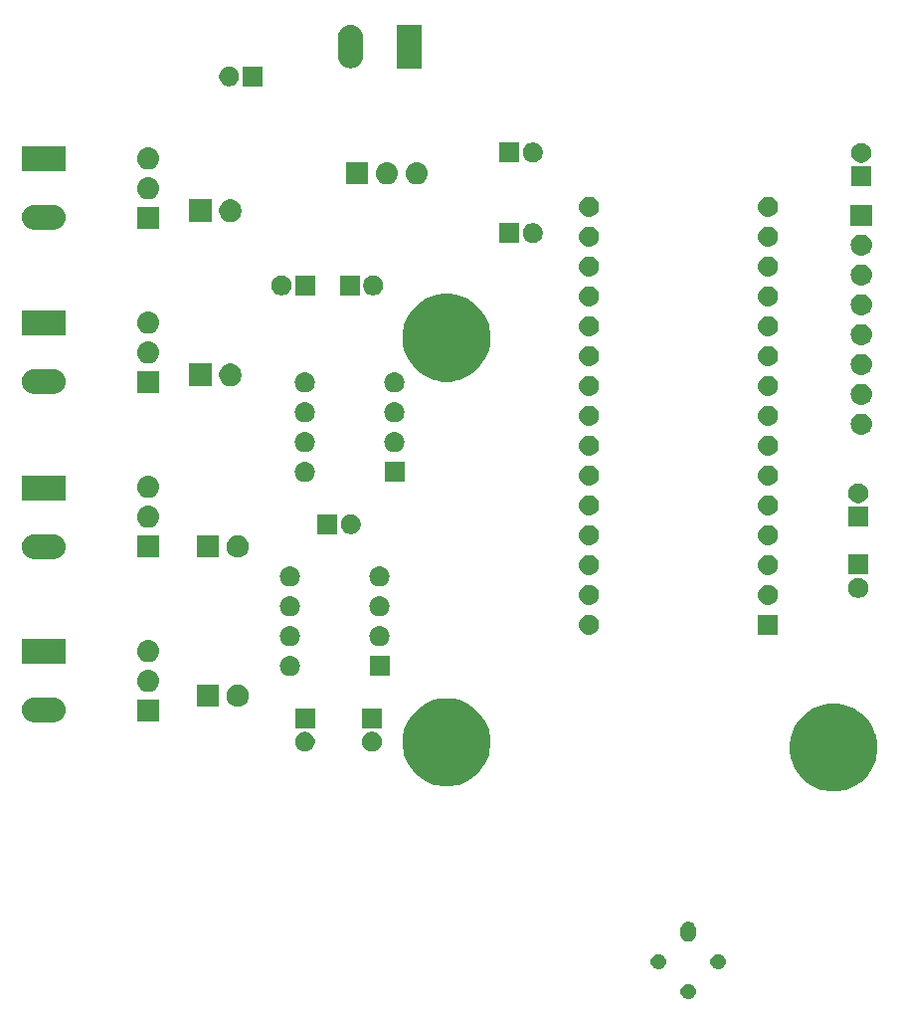
<source format=gbr>
G04 #@! TF.GenerationSoftware,KiCad,Pcbnew,(5.1.2)-1*
G04 #@! TF.CreationDate,2019-09-21T18:25:19-04:00*
G04 #@! TF.ProjectId,VAP_thermal_control,5641505f-7468-4657-926d-616c5f636f6e,rev?*
G04 #@! TF.SameCoordinates,Original*
G04 #@! TF.FileFunction,Soldermask,Bot*
G04 #@! TF.FilePolarity,Negative*
%FSLAX46Y46*%
G04 Gerber Fmt 4.6, Leading zero omitted, Abs format (unit mm)*
G04 Created by KiCad (PCBNEW (5.1.2)-1) date 2019-09-21 18:25:19*
%MOMM*%
%LPD*%
G04 APERTURE LIST*
%ADD10C,0.100000*%
G04 APERTURE END LIST*
D10*
G36*
X93027855Y-145148140D02*
G01*
X93091618Y-145154420D01*
X93182404Y-145181960D01*
X93214336Y-145191646D01*
X93327425Y-145252094D01*
X93426554Y-145333446D01*
X93507906Y-145432575D01*
X93568354Y-145545664D01*
X93568355Y-145545668D01*
X93605580Y-145668382D01*
X93618149Y-145796000D01*
X93605580Y-145923618D01*
X93578040Y-146014404D01*
X93568354Y-146046336D01*
X93507906Y-146159425D01*
X93426554Y-146258554D01*
X93327425Y-146339906D01*
X93214336Y-146400354D01*
X93182404Y-146410040D01*
X93091618Y-146437580D01*
X93027855Y-146443860D01*
X92995974Y-146447000D01*
X92932026Y-146447000D01*
X92900145Y-146443860D01*
X92836382Y-146437580D01*
X92745596Y-146410040D01*
X92713664Y-146400354D01*
X92600575Y-146339906D01*
X92501446Y-146258554D01*
X92420094Y-146159425D01*
X92359646Y-146046336D01*
X92349960Y-146014404D01*
X92322420Y-145923618D01*
X92309851Y-145796000D01*
X92322420Y-145668382D01*
X92359645Y-145545668D01*
X92359646Y-145545664D01*
X92420094Y-145432575D01*
X92501446Y-145333446D01*
X92600575Y-145252094D01*
X92713664Y-145191646D01*
X92745596Y-145181960D01*
X92836382Y-145154420D01*
X92900145Y-145148140D01*
X92932026Y-145145000D01*
X92995974Y-145145000D01*
X93027855Y-145148140D01*
X93027855Y-145148140D01*
G37*
G36*
X95567855Y-142608140D02*
G01*
X95631618Y-142614420D01*
X95722404Y-142641960D01*
X95754336Y-142651646D01*
X95867425Y-142712094D01*
X95966554Y-142793446D01*
X96047906Y-142892575D01*
X96108354Y-143005664D01*
X96108355Y-143005668D01*
X96145580Y-143128382D01*
X96158149Y-143256000D01*
X96145580Y-143383618D01*
X96118040Y-143474404D01*
X96108354Y-143506336D01*
X96047906Y-143619425D01*
X95966554Y-143718554D01*
X95867425Y-143799906D01*
X95754336Y-143860354D01*
X95722404Y-143870040D01*
X95631618Y-143897580D01*
X95567855Y-143903860D01*
X95535974Y-143907000D01*
X95472026Y-143907000D01*
X95440145Y-143903860D01*
X95376382Y-143897580D01*
X95285596Y-143870040D01*
X95253664Y-143860354D01*
X95140575Y-143799906D01*
X95041446Y-143718554D01*
X94960094Y-143619425D01*
X94899646Y-143506336D01*
X94889960Y-143474404D01*
X94862420Y-143383618D01*
X94849851Y-143256000D01*
X94862420Y-143128382D01*
X94899645Y-143005668D01*
X94899646Y-143005664D01*
X94960094Y-142892575D01*
X95041446Y-142793446D01*
X95140575Y-142712094D01*
X95253664Y-142651646D01*
X95285596Y-142641960D01*
X95376382Y-142614420D01*
X95440145Y-142608140D01*
X95472026Y-142605000D01*
X95535974Y-142605000D01*
X95567855Y-142608140D01*
X95567855Y-142608140D01*
G37*
G36*
X90487855Y-142608140D02*
G01*
X90551618Y-142614420D01*
X90642404Y-142641960D01*
X90674336Y-142651646D01*
X90787425Y-142712094D01*
X90886554Y-142793446D01*
X90967906Y-142892575D01*
X91028354Y-143005664D01*
X91028355Y-143005668D01*
X91065580Y-143128382D01*
X91078149Y-143256000D01*
X91065580Y-143383618D01*
X91038040Y-143474404D01*
X91028354Y-143506336D01*
X90967906Y-143619425D01*
X90886554Y-143718554D01*
X90787425Y-143799906D01*
X90674336Y-143860354D01*
X90642404Y-143870040D01*
X90551618Y-143897580D01*
X90487855Y-143903860D01*
X90455974Y-143907000D01*
X90392026Y-143907000D01*
X90360145Y-143903860D01*
X90296382Y-143897580D01*
X90205596Y-143870040D01*
X90173664Y-143860354D01*
X90060575Y-143799906D01*
X89961446Y-143718554D01*
X89880094Y-143619425D01*
X89819646Y-143506336D01*
X89809960Y-143474404D01*
X89782420Y-143383618D01*
X89769851Y-143256000D01*
X89782420Y-143128382D01*
X89819645Y-143005668D01*
X89819646Y-143005664D01*
X89880094Y-142892575D01*
X89961446Y-142793446D01*
X90060575Y-142712094D01*
X90173664Y-142651646D01*
X90205596Y-142641960D01*
X90296382Y-142614420D01*
X90360145Y-142608140D01*
X90392026Y-142605000D01*
X90455974Y-142605000D01*
X90487855Y-142608140D01*
X90487855Y-142608140D01*
G37*
G36*
X93091618Y-139874420D02*
G01*
X93182404Y-139901960D01*
X93214336Y-139911646D01*
X93327425Y-139972094D01*
X93426554Y-140053446D01*
X93507906Y-140152575D01*
X93568354Y-140265664D01*
X93568355Y-140265668D01*
X93605580Y-140388382D01*
X93615000Y-140484028D01*
X93615000Y-140947973D01*
X93605580Y-141043618D01*
X93578040Y-141134404D01*
X93568354Y-141166336D01*
X93507906Y-141279425D01*
X93426554Y-141378553D01*
X93327424Y-141459906D01*
X93214335Y-141520354D01*
X93182403Y-141530040D01*
X93091617Y-141557580D01*
X92964000Y-141570149D01*
X92836382Y-141557580D01*
X92745596Y-141530040D01*
X92713664Y-141520354D01*
X92600575Y-141459906D01*
X92501447Y-141378554D01*
X92420094Y-141279424D01*
X92359646Y-141166335D01*
X92349960Y-141134403D01*
X92322420Y-141043617D01*
X92313000Y-140947972D01*
X92313000Y-140484027D01*
X92322420Y-140388382D01*
X92359645Y-140265668D01*
X92359646Y-140265664D01*
X92420094Y-140152575D01*
X92501447Y-140053447D01*
X92600576Y-139972094D01*
X92713665Y-139911646D01*
X92745597Y-139901960D01*
X92836383Y-139874420D01*
X92964000Y-139861851D01*
X93091618Y-139874420D01*
X93091618Y-139874420D01*
G37*
G36*
X106183301Y-121388690D02*
G01*
X106427926Y-121437349D01*
X107110565Y-121720107D01*
X107724923Y-122130608D01*
X108247392Y-122653077D01*
X108657893Y-123267435D01*
X108917418Y-123893985D01*
X108940651Y-123950075D01*
X109084800Y-124674757D01*
X109084800Y-125413643D01*
X108988701Y-125896764D01*
X108940651Y-126138326D01*
X108657893Y-126820965D01*
X108247392Y-127435323D01*
X107724923Y-127957792D01*
X107110565Y-128368293D01*
X106427926Y-128651051D01*
X106186364Y-128699101D01*
X105703243Y-128795200D01*
X104964357Y-128795200D01*
X104481236Y-128699101D01*
X104239674Y-128651051D01*
X103557035Y-128368293D01*
X102942677Y-127957792D01*
X102420208Y-127435323D01*
X102009707Y-126820965D01*
X101726949Y-126138326D01*
X101678899Y-125896764D01*
X101582800Y-125413643D01*
X101582800Y-124674757D01*
X101726949Y-123950075D01*
X101750182Y-123893985D01*
X102009707Y-123267435D01*
X102420208Y-122653077D01*
X102942677Y-122130608D01*
X103557035Y-121720107D01*
X104239674Y-121437349D01*
X104484299Y-121388690D01*
X104964357Y-121293200D01*
X105703243Y-121293200D01*
X106183301Y-121388690D01*
X106183301Y-121388690D01*
G37*
G36*
X73091220Y-120927395D02*
G01*
X73484126Y-121005549D01*
X74166765Y-121288307D01*
X74781123Y-121698808D01*
X75303592Y-122221277D01*
X75714093Y-122835635D01*
X75996851Y-123518274D01*
X75996851Y-123518275D01*
X76141000Y-124242957D01*
X76141000Y-124981843D01*
X76056629Y-125406000D01*
X75996851Y-125706526D01*
X75714093Y-126389165D01*
X75303592Y-127003523D01*
X74781123Y-127525992D01*
X74166765Y-127936493D01*
X73484126Y-128219251D01*
X73242564Y-128267301D01*
X72759443Y-128363400D01*
X72020557Y-128363400D01*
X71537436Y-128267301D01*
X71295874Y-128219251D01*
X70613235Y-127936493D01*
X69998877Y-127525992D01*
X69476408Y-127003523D01*
X69065907Y-126389165D01*
X68783149Y-125706526D01*
X68723371Y-125406000D01*
X68639000Y-124981843D01*
X68639000Y-124242957D01*
X68783149Y-123518275D01*
X68783149Y-123518274D01*
X69065907Y-122835635D01*
X69476408Y-122221277D01*
X69998877Y-121698808D01*
X70613235Y-121288307D01*
X71295874Y-121005549D01*
X71688780Y-120927395D01*
X72020557Y-120861400D01*
X72759443Y-120861400D01*
X73091220Y-120927395D01*
X73091220Y-120927395D01*
G37*
G36*
X66288228Y-123736703D02*
G01*
X66443100Y-123800853D01*
X66582481Y-123893985D01*
X66701015Y-124012519D01*
X66794147Y-124151900D01*
X66858297Y-124306772D01*
X66891000Y-124471184D01*
X66891000Y-124638816D01*
X66858297Y-124803228D01*
X66794147Y-124958100D01*
X66701015Y-125097481D01*
X66582481Y-125216015D01*
X66443100Y-125309147D01*
X66288228Y-125373297D01*
X66123816Y-125406000D01*
X65956184Y-125406000D01*
X65791772Y-125373297D01*
X65636900Y-125309147D01*
X65497519Y-125216015D01*
X65378985Y-125097481D01*
X65285853Y-124958100D01*
X65221703Y-124803228D01*
X65189000Y-124638816D01*
X65189000Y-124471184D01*
X65221703Y-124306772D01*
X65285853Y-124151900D01*
X65378985Y-124012519D01*
X65497519Y-123893985D01*
X65636900Y-123800853D01*
X65791772Y-123736703D01*
X65956184Y-123704000D01*
X66123816Y-123704000D01*
X66288228Y-123736703D01*
X66288228Y-123736703D01*
G37*
G36*
X60573228Y-123736703D02*
G01*
X60728100Y-123800853D01*
X60867481Y-123893985D01*
X60986015Y-124012519D01*
X61079147Y-124151900D01*
X61143297Y-124306772D01*
X61176000Y-124471184D01*
X61176000Y-124638816D01*
X61143297Y-124803228D01*
X61079147Y-124958100D01*
X60986015Y-125097481D01*
X60867481Y-125216015D01*
X60728100Y-125309147D01*
X60573228Y-125373297D01*
X60408816Y-125406000D01*
X60241184Y-125406000D01*
X60076772Y-125373297D01*
X59921900Y-125309147D01*
X59782519Y-125216015D01*
X59663985Y-125097481D01*
X59570853Y-124958100D01*
X59506703Y-124803228D01*
X59474000Y-124638816D01*
X59474000Y-124471184D01*
X59506703Y-124306772D01*
X59570853Y-124151900D01*
X59663985Y-124012519D01*
X59782519Y-123893985D01*
X59921900Y-123800853D01*
X60076772Y-123736703D01*
X60241184Y-123704000D01*
X60408816Y-123704000D01*
X60573228Y-123736703D01*
X60573228Y-123736703D01*
G37*
G36*
X61176000Y-123406000D02*
G01*
X59474000Y-123406000D01*
X59474000Y-121704000D01*
X61176000Y-121704000D01*
X61176000Y-123406000D01*
X61176000Y-123406000D01*
G37*
G36*
X66891000Y-123406000D02*
G01*
X65189000Y-123406000D01*
X65189000Y-121704000D01*
X66891000Y-121704000D01*
X66891000Y-123406000D01*
X66891000Y-123406000D01*
G37*
G36*
X39003097Y-120794069D02*
G01*
X39106032Y-120804207D01*
X39304146Y-120864305D01*
X39304149Y-120864306D01*
X39400975Y-120916061D01*
X39486729Y-120961897D01*
X39646765Y-121093235D01*
X39778103Y-121253271D01*
X39796830Y-121288307D01*
X39875694Y-121435851D01*
X39875695Y-121435854D01*
X39935793Y-121633968D01*
X39956085Y-121840000D01*
X39935793Y-122046032D01*
X39882632Y-122221277D01*
X39875694Y-122244149D01*
X39823939Y-122340975D01*
X39778103Y-122426729D01*
X39646765Y-122586765D01*
X39486729Y-122718103D01*
X39400975Y-122763939D01*
X39304149Y-122815694D01*
X39304146Y-122815695D01*
X39106032Y-122875793D01*
X39003097Y-122885931D01*
X38951631Y-122891000D01*
X37248369Y-122891000D01*
X37196903Y-122885931D01*
X37093968Y-122875793D01*
X36895854Y-122815695D01*
X36895851Y-122815694D01*
X36799025Y-122763939D01*
X36713271Y-122718103D01*
X36553235Y-122586765D01*
X36421897Y-122426729D01*
X36376061Y-122340975D01*
X36324306Y-122244149D01*
X36317368Y-122221277D01*
X36264207Y-122046032D01*
X36243915Y-121840000D01*
X36264207Y-121633968D01*
X36324305Y-121435854D01*
X36324306Y-121435851D01*
X36403170Y-121288307D01*
X36421897Y-121253271D01*
X36553235Y-121093235D01*
X36713271Y-120961897D01*
X36799025Y-120916061D01*
X36895851Y-120864306D01*
X36895854Y-120864305D01*
X37093968Y-120804207D01*
X37196903Y-120794069D01*
X37248369Y-120789000D01*
X38951631Y-120789000D01*
X39003097Y-120794069D01*
X39003097Y-120794069D01*
G37*
G36*
X47941000Y-122871000D02*
G01*
X46039000Y-122871000D01*
X46039000Y-120969000D01*
X47941000Y-120969000D01*
X47941000Y-122871000D01*
X47941000Y-122871000D01*
G37*
G36*
X53021000Y-121601000D02*
G01*
X51119000Y-121601000D01*
X51119000Y-119699000D01*
X53021000Y-119699000D01*
X53021000Y-121601000D01*
X53021000Y-121601000D01*
G37*
G36*
X54887395Y-119735546D02*
G01*
X55060466Y-119807234D01*
X55060467Y-119807235D01*
X55216227Y-119911310D01*
X55348690Y-120043773D01*
X55348691Y-120043775D01*
X55452766Y-120199534D01*
X55524454Y-120372605D01*
X55561000Y-120556333D01*
X55561000Y-120743667D01*
X55524454Y-120927395D01*
X55452766Y-121100466D01*
X55452765Y-121100467D01*
X55348690Y-121256227D01*
X55216227Y-121388690D01*
X55145645Y-121435851D01*
X55060466Y-121492766D01*
X54887395Y-121564454D01*
X54703667Y-121601000D01*
X54516333Y-121601000D01*
X54332605Y-121564454D01*
X54159534Y-121492766D01*
X54074355Y-121435851D01*
X54003773Y-121388690D01*
X53871310Y-121256227D01*
X53767235Y-121100467D01*
X53767234Y-121100466D01*
X53695546Y-120927395D01*
X53659000Y-120743667D01*
X53659000Y-120556333D01*
X53695546Y-120372605D01*
X53767234Y-120199534D01*
X53871309Y-120043775D01*
X53871310Y-120043773D01*
X54003773Y-119911310D01*
X54159533Y-119807235D01*
X54159534Y-119807234D01*
X54332605Y-119735546D01*
X54516333Y-119699000D01*
X54703667Y-119699000D01*
X54887395Y-119735546D01*
X54887395Y-119735546D01*
G37*
G36*
X47176425Y-118442760D02*
G01*
X47176428Y-118442761D01*
X47176429Y-118442761D01*
X47355693Y-118497140D01*
X47355696Y-118497142D01*
X47355697Y-118497142D01*
X47520903Y-118585446D01*
X47665712Y-118704288D01*
X47784554Y-118849097D01*
X47844367Y-118961000D01*
X47872860Y-119014307D01*
X47927239Y-119193571D01*
X47927240Y-119193575D01*
X47945601Y-119380000D01*
X47927240Y-119566425D01*
X47927239Y-119566428D01*
X47927239Y-119566429D01*
X47872860Y-119745693D01*
X47872858Y-119745696D01*
X47872858Y-119745697D01*
X47784554Y-119910903D01*
X47665712Y-120055712D01*
X47520903Y-120174554D01*
X47355697Y-120262858D01*
X47355693Y-120262860D01*
X47176429Y-120317239D01*
X47176428Y-120317239D01*
X47176425Y-120317240D01*
X47036718Y-120331000D01*
X46943282Y-120331000D01*
X46803575Y-120317240D01*
X46803572Y-120317239D01*
X46803571Y-120317239D01*
X46624307Y-120262860D01*
X46624303Y-120262858D01*
X46459097Y-120174554D01*
X46314288Y-120055712D01*
X46195446Y-119910903D01*
X46107142Y-119745697D01*
X46107142Y-119745696D01*
X46107140Y-119745693D01*
X46052761Y-119566429D01*
X46052761Y-119566428D01*
X46052760Y-119566425D01*
X46034399Y-119380000D01*
X46052760Y-119193575D01*
X46052761Y-119193571D01*
X46107140Y-119014307D01*
X46135633Y-118961000D01*
X46195446Y-118849097D01*
X46314288Y-118704288D01*
X46459097Y-118585446D01*
X46624303Y-118497142D01*
X46624304Y-118497142D01*
X46624307Y-118497140D01*
X46803571Y-118442761D01*
X46803572Y-118442761D01*
X46803575Y-118442760D01*
X46943282Y-118429000D01*
X47036718Y-118429000D01*
X47176425Y-118442760D01*
X47176425Y-118442760D01*
G37*
G36*
X59221823Y-117271313D02*
G01*
X59382242Y-117319976D01*
X59514906Y-117390886D01*
X59530078Y-117398996D01*
X59659659Y-117505341D01*
X59766004Y-117634922D01*
X59766005Y-117634924D01*
X59845024Y-117782758D01*
X59893687Y-117943177D01*
X59910117Y-118110000D01*
X59893687Y-118276823D01*
X59845024Y-118437242D01*
X59774114Y-118569906D01*
X59766004Y-118585078D01*
X59659659Y-118714659D01*
X59530078Y-118821004D01*
X59530076Y-118821005D01*
X59382242Y-118900024D01*
X59221823Y-118948687D01*
X59096804Y-118961000D01*
X59013196Y-118961000D01*
X58888177Y-118948687D01*
X58727758Y-118900024D01*
X58579924Y-118821005D01*
X58579922Y-118821004D01*
X58450341Y-118714659D01*
X58343996Y-118585078D01*
X58335886Y-118569906D01*
X58264976Y-118437242D01*
X58216313Y-118276823D01*
X58199883Y-118110000D01*
X58216313Y-117943177D01*
X58264976Y-117782758D01*
X58343995Y-117634924D01*
X58343996Y-117634922D01*
X58450341Y-117505341D01*
X58579922Y-117398996D01*
X58595094Y-117390886D01*
X58727758Y-117319976D01*
X58888177Y-117271313D01*
X59013196Y-117259000D01*
X59096804Y-117259000D01*
X59221823Y-117271313D01*
X59221823Y-117271313D01*
G37*
G36*
X67526000Y-118961000D02*
G01*
X65824000Y-118961000D01*
X65824000Y-117259000D01*
X67526000Y-117259000D01*
X67526000Y-118961000D01*
X67526000Y-118961000D01*
G37*
G36*
X39951000Y-117891000D02*
G01*
X36249000Y-117891000D01*
X36249000Y-115789000D01*
X39951000Y-115789000D01*
X39951000Y-117891000D01*
X39951000Y-117891000D01*
G37*
G36*
X47176425Y-115902760D02*
G01*
X47176428Y-115902761D01*
X47176429Y-115902761D01*
X47355693Y-115957140D01*
X47355696Y-115957142D01*
X47355697Y-115957142D01*
X47520903Y-116045446D01*
X47665712Y-116164288D01*
X47784554Y-116309097D01*
X47844367Y-116421000D01*
X47872860Y-116474307D01*
X47927239Y-116653571D01*
X47927240Y-116653575D01*
X47945601Y-116840000D01*
X47927240Y-117026425D01*
X47927239Y-117026428D01*
X47927239Y-117026429D01*
X47872860Y-117205693D01*
X47872858Y-117205696D01*
X47872858Y-117205697D01*
X47784554Y-117370903D01*
X47665712Y-117515712D01*
X47520903Y-117634554D01*
X47355697Y-117722858D01*
X47355693Y-117722860D01*
X47176429Y-117777239D01*
X47176428Y-117777239D01*
X47176425Y-117777240D01*
X47036718Y-117791000D01*
X46943282Y-117791000D01*
X46803575Y-117777240D01*
X46803572Y-117777239D01*
X46803571Y-117777239D01*
X46624307Y-117722860D01*
X46624303Y-117722858D01*
X46459097Y-117634554D01*
X46314288Y-117515712D01*
X46195446Y-117370903D01*
X46107142Y-117205697D01*
X46107142Y-117205696D01*
X46107140Y-117205693D01*
X46052761Y-117026429D01*
X46052761Y-117026428D01*
X46052760Y-117026425D01*
X46034399Y-116840000D01*
X46052760Y-116653575D01*
X46052761Y-116653571D01*
X46107140Y-116474307D01*
X46135633Y-116421000D01*
X46195446Y-116309097D01*
X46314288Y-116164288D01*
X46459097Y-116045446D01*
X46624303Y-115957142D01*
X46624304Y-115957142D01*
X46624307Y-115957140D01*
X46803571Y-115902761D01*
X46803572Y-115902761D01*
X46803575Y-115902760D01*
X46943282Y-115889000D01*
X47036718Y-115889000D01*
X47176425Y-115902760D01*
X47176425Y-115902760D01*
G37*
G36*
X66841823Y-114731313D02*
G01*
X67002242Y-114779976D01*
X67134906Y-114850886D01*
X67150078Y-114858996D01*
X67279659Y-114965341D01*
X67386004Y-115094922D01*
X67386005Y-115094924D01*
X67465024Y-115242758D01*
X67513687Y-115403177D01*
X67530117Y-115570000D01*
X67513687Y-115736823D01*
X67465024Y-115897242D01*
X67394114Y-116029906D01*
X67386004Y-116045078D01*
X67279659Y-116174659D01*
X67150078Y-116281004D01*
X67150076Y-116281005D01*
X67002242Y-116360024D01*
X66841823Y-116408687D01*
X66716804Y-116421000D01*
X66633196Y-116421000D01*
X66508177Y-116408687D01*
X66347758Y-116360024D01*
X66199924Y-116281005D01*
X66199922Y-116281004D01*
X66070341Y-116174659D01*
X65963996Y-116045078D01*
X65955886Y-116029906D01*
X65884976Y-115897242D01*
X65836313Y-115736823D01*
X65819883Y-115570000D01*
X65836313Y-115403177D01*
X65884976Y-115242758D01*
X65963995Y-115094924D01*
X65963996Y-115094922D01*
X66070341Y-114965341D01*
X66199922Y-114858996D01*
X66215094Y-114850886D01*
X66347758Y-114779976D01*
X66508177Y-114731313D01*
X66633196Y-114719000D01*
X66716804Y-114719000D01*
X66841823Y-114731313D01*
X66841823Y-114731313D01*
G37*
G36*
X59221823Y-114731313D02*
G01*
X59382242Y-114779976D01*
X59514906Y-114850886D01*
X59530078Y-114858996D01*
X59659659Y-114965341D01*
X59766004Y-115094922D01*
X59766005Y-115094924D01*
X59845024Y-115242758D01*
X59893687Y-115403177D01*
X59910117Y-115570000D01*
X59893687Y-115736823D01*
X59845024Y-115897242D01*
X59774114Y-116029906D01*
X59766004Y-116045078D01*
X59659659Y-116174659D01*
X59530078Y-116281004D01*
X59530076Y-116281005D01*
X59382242Y-116360024D01*
X59221823Y-116408687D01*
X59096804Y-116421000D01*
X59013196Y-116421000D01*
X58888177Y-116408687D01*
X58727758Y-116360024D01*
X58579924Y-116281005D01*
X58579922Y-116281004D01*
X58450341Y-116174659D01*
X58343996Y-116045078D01*
X58335886Y-116029906D01*
X58264976Y-115897242D01*
X58216313Y-115736823D01*
X58199883Y-115570000D01*
X58216313Y-115403177D01*
X58264976Y-115242758D01*
X58343995Y-115094924D01*
X58343996Y-115094922D01*
X58450341Y-114965341D01*
X58579922Y-114858996D01*
X58595094Y-114850886D01*
X58727758Y-114779976D01*
X58888177Y-114731313D01*
X59013196Y-114719000D01*
X59096804Y-114719000D01*
X59221823Y-114731313D01*
X59221823Y-114731313D01*
G37*
G36*
X100601880Y-115455800D02*
G01*
X98899880Y-115455800D01*
X98899880Y-113753800D01*
X100601880Y-113753800D01*
X100601880Y-115455800D01*
X100601880Y-115455800D01*
G37*
G36*
X84677703Y-113766113D02*
G01*
X84838122Y-113814776D01*
X84938980Y-113868686D01*
X84985958Y-113893796D01*
X85115539Y-114000141D01*
X85221884Y-114129722D01*
X85221885Y-114129724D01*
X85300904Y-114277558D01*
X85349567Y-114437977D01*
X85365997Y-114604800D01*
X85349567Y-114771623D01*
X85300904Y-114932042D01*
X85283105Y-114965341D01*
X85221884Y-115079878D01*
X85115539Y-115209459D01*
X84985958Y-115315804D01*
X84985956Y-115315805D01*
X84838122Y-115394824D01*
X84677703Y-115443487D01*
X84552684Y-115455800D01*
X84469076Y-115455800D01*
X84344057Y-115443487D01*
X84183638Y-115394824D01*
X84035804Y-115315805D01*
X84035802Y-115315804D01*
X83906221Y-115209459D01*
X83799876Y-115079878D01*
X83738655Y-114965341D01*
X83720856Y-114932042D01*
X83672193Y-114771623D01*
X83655763Y-114604800D01*
X83672193Y-114437977D01*
X83720856Y-114277558D01*
X83799875Y-114129724D01*
X83799876Y-114129722D01*
X83906221Y-114000141D01*
X84035802Y-113893796D01*
X84082780Y-113868686D01*
X84183638Y-113814776D01*
X84344057Y-113766113D01*
X84469076Y-113753800D01*
X84552684Y-113753800D01*
X84677703Y-113766113D01*
X84677703Y-113766113D01*
G37*
G36*
X59221823Y-112191313D02*
G01*
X59382242Y-112239976D01*
X59514906Y-112310886D01*
X59530078Y-112318996D01*
X59659659Y-112425341D01*
X59766004Y-112554922D01*
X59766005Y-112554924D01*
X59845024Y-112702758D01*
X59893687Y-112863177D01*
X59910117Y-113030000D01*
X59893687Y-113196823D01*
X59845024Y-113357242D01*
X59774114Y-113489906D01*
X59766004Y-113505078D01*
X59659659Y-113634659D01*
X59530078Y-113741004D01*
X59530076Y-113741005D01*
X59382242Y-113820024D01*
X59221823Y-113868687D01*
X59096804Y-113881000D01*
X59013196Y-113881000D01*
X58888177Y-113868687D01*
X58727758Y-113820024D01*
X58579924Y-113741005D01*
X58579922Y-113741004D01*
X58450341Y-113634659D01*
X58343996Y-113505078D01*
X58335886Y-113489906D01*
X58264976Y-113357242D01*
X58216313Y-113196823D01*
X58199883Y-113030000D01*
X58216313Y-112863177D01*
X58264976Y-112702758D01*
X58343995Y-112554924D01*
X58343996Y-112554922D01*
X58450341Y-112425341D01*
X58579922Y-112318996D01*
X58595094Y-112310886D01*
X58727758Y-112239976D01*
X58888177Y-112191313D01*
X59013196Y-112179000D01*
X59096804Y-112179000D01*
X59221823Y-112191313D01*
X59221823Y-112191313D01*
G37*
G36*
X66841823Y-112191313D02*
G01*
X67002242Y-112239976D01*
X67134906Y-112310886D01*
X67150078Y-112318996D01*
X67279659Y-112425341D01*
X67386004Y-112554922D01*
X67386005Y-112554924D01*
X67465024Y-112702758D01*
X67513687Y-112863177D01*
X67530117Y-113030000D01*
X67513687Y-113196823D01*
X67465024Y-113357242D01*
X67394114Y-113489906D01*
X67386004Y-113505078D01*
X67279659Y-113634659D01*
X67150078Y-113741004D01*
X67150076Y-113741005D01*
X67002242Y-113820024D01*
X66841823Y-113868687D01*
X66716804Y-113881000D01*
X66633196Y-113881000D01*
X66508177Y-113868687D01*
X66347758Y-113820024D01*
X66199924Y-113741005D01*
X66199922Y-113741004D01*
X66070341Y-113634659D01*
X65963996Y-113505078D01*
X65955886Y-113489906D01*
X65884976Y-113357242D01*
X65836313Y-113196823D01*
X65819883Y-113030000D01*
X65836313Y-112863177D01*
X65884976Y-112702758D01*
X65963995Y-112554924D01*
X65963996Y-112554922D01*
X66070341Y-112425341D01*
X66199922Y-112318996D01*
X66215094Y-112310886D01*
X66347758Y-112239976D01*
X66508177Y-112191313D01*
X66633196Y-112179000D01*
X66716804Y-112179000D01*
X66841823Y-112191313D01*
X66841823Y-112191313D01*
G37*
G36*
X99917703Y-111226113D02*
G01*
X100078122Y-111274776D01*
X100178980Y-111328686D01*
X100225958Y-111353796D01*
X100355539Y-111460141D01*
X100461884Y-111589722D01*
X100461885Y-111589724D01*
X100540904Y-111737558D01*
X100589567Y-111897977D01*
X100605997Y-112064800D01*
X100589567Y-112231623D01*
X100540904Y-112392042D01*
X100523105Y-112425341D01*
X100461884Y-112539878D01*
X100355539Y-112669459D01*
X100225958Y-112775804D01*
X100225956Y-112775805D01*
X100078122Y-112854824D01*
X99917703Y-112903487D01*
X99792684Y-112915800D01*
X99709076Y-112915800D01*
X99584057Y-112903487D01*
X99423638Y-112854824D01*
X99275804Y-112775805D01*
X99275802Y-112775804D01*
X99146221Y-112669459D01*
X99039876Y-112539878D01*
X98978655Y-112425341D01*
X98960856Y-112392042D01*
X98912193Y-112231623D01*
X98895763Y-112064800D01*
X98912193Y-111897977D01*
X98960856Y-111737558D01*
X99039875Y-111589724D01*
X99039876Y-111589722D01*
X99146221Y-111460141D01*
X99275802Y-111353796D01*
X99322780Y-111328686D01*
X99423638Y-111274776D01*
X99584057Y-111226113D01*
X99709076Y-111213800D01*
X99792684Y-111213800D01*
X99917703Y-111226113D01*
X99917703Y-111226113D01*
G37*
G36*
X84677703Y-111226113D02*
G01*
X84838122Y-111274776D01*
X84938980Y-111328686D01*
X84985958Y-111353796D01*
X85115539Y-111460141D01*
X85221884Y-111589722D01*
X85221885Y-111589724D01*
X85300904Y-111737558D01*
X85349567Y-111897977D01*
X85365997Y-112064800D01*
X85349567Y-112231623D01*
X85300904Y-112392042D01*
X85283105Y-112425341D01*
X85221884Y-112539878D01*
X85115539Y-112669459D01*
X84985958Y-112775804D01*
X84985956Y-112775805D01*
X84838122Y-112854824D01*
X84677703Y-112903487D01*
X84552684Y-112915800D01*
X84469076Y-112915800D01*
X84344057Y-112903487D01*
X84183638Y-112854824D01*
X84035804Y-112775805D01*
X84035802Y-112775804D01*
X83906221Y-112669459D01*
X83799876Y-112539878D01*
X83738655Y-112425341D01*
X83720856Y-112392042D01*
X83672193Y-112231623D01*
X83655763Y-112064800D01*
X83672193Y-111897977D01*
X83720856Y-111737558D01*
X83799875Y-111589724D01*
X83799876Y-111589722D01*
X83906221Y-111460141D01*
X84035802Y-111353796D01*
X84082780Y-111328686D01*
X84183638Y-111274776D01*
X84344057Y-111226113D01*
X84469076Y-111213800D01*
X84552684Y-111213800D01*
X84677703Y-111226113D01*
X84677703Y-111226113D01*
G37*
G36*
X107690228Y-110655703D02*
G01*
X107845100Y-110719853D01*
X107984481Y-110812985D01*
X108103015Y-110931519D01*
X108196147Y-111070900D01*
X108260297Y-111225772D01*
X108293000Y-111390184D01*
X108293000Y-111557816D01*
X108260297Y-111722228D01*
X108196147Y-111877100D01*
X108103015Y-112016481D01*
X107984481Y-112135015D01*
X107845100Y-112228147D01*
X107690228Y-112292297D01*
X107525816Y-112325000D01*
X107358184Y-112325000D01*
X107193772Y-112292297D01*
X107038900Y-112228147D01*
X106899519Y-112135015D01*
X106780985Y-112016481D01*
X106687853Y-111877100D01*
X106623703Y-111722228D01*
X106591000Y-111557816D01*
X106591000Y-111390184D01*
X106623703Y-111225772D01*
X106687853Y-111070900D01*
X106780985Y-110931519D01*
X106899519Y-110812985D01*
X107038900Y-110719853D01*
X107193772Y-110655703D01*
X107358184Y-110623000D01*
X107525816Y-110623000D01*
X107690228Y-110655703D01*
X107690228Y-110655703D01*
G37*
G36*
X66841823Y-109651313D02*
G01*
X67002242Y-109699976D01*
X67134906Y-109770886D01*
X67150078Y-109778996D01*
X67279659Y-109885341D01*
X67386004Y-110014922D01*
X67386005Y-110014924D01*
X67465024Y-110162758D01*
X67513687Y-110323177D01*
X67530117Y-110490000D01*
X67513687Y-110656823D01*
X67465024Y-110817242D01*
X67403942Y-110931519D01*
X67386004Y-110965078D01*
X67279659Y-111094659D01*
X67150078Y-111201004D01*
X67150076Y-111201005D01*
X67002242Y-111280024D01*
X66841823Y-111328687D01*
X66716804Y-111341000D01*
X66633196Y-111341000D01*
X66508177Y-111328687D01*
X66347758Y-111280024D01*
X66199924Y-111201005D01*
X66199922Y-111201004D01*
X66070341Y-111094659D01*
X65963996Y-110965078D01*
X65946058Y-110931519D01*
X65884976Y-110817242D01*
X65836313Y-110656823D01*
X65819883Y-110490000D01*
X65836313Y-110323177D01*
X65884976Y-110162758D01*
X65963995Y-110014924D01*
X65963996Y-110014922D01*
X66070341Y-109885341D01*
X66199922Y-109778996D01*
X66215094Y-109770886D01*
X66347758Y-109699976D01*
X66508177Y-109651313D01*
X66633196Y-109639000D01*
X66716804Y-109639000D01*
X66841823Y-109651313D01*
X66841823Y-109651313D01*
G37*
G36*
X59221823Y-109651313D02*
G01*
X59382242Y-109699976D01*
X59514906Y-109770886D01*
X59530078Y-109778996D01*
X59659659Y-109885341D01*
X59766004Y-110014922D01*
X59766005Y-110014924D01*
X59845024Y-110162758D01*
X59893687Y-110323177D01*
X59910117Y-110490000D01*
X59893687Y-110656823D01*
X59845024Y-110817242D01*
X59783942Y-110931519D01*
X59766004Y-110965078D01*
X59659659Y-111094659D01*
X59530078Y-111201004D01*
X59530076Y-111201005D01*
X59382242Y-111280024D01*
X59221823Y-111328687D01*
X59096804Y-111341000D01*
X59013196Y-111341000D01*
X58888177Y-111328687D01*
X58727758Y-111280024D01*
X58579924Y-111201005D01*
X58579922Y-111201004D01*
X58450341Y-111094659D01*
X58343996Y-110965078D01*
X58326058Y-110931519D01*
X58264976Y-110817242D01*
X58216313Y-110656823D01*
X58199883Y-110490000D01*
X58216313Y-110323177D01*
X58264976Y-110162758D01*
X58343995Y-110014924D01*
X58343996Y-110014922D01*
X58450341Y-109885341D01*
X58579922Y-109778996D01*
X58595094Y-109770886D01*
X58727758Y-109699976D01*
X58888177Y-109651313D01*
X59013196Y-109639000D01*
X59096804Y-109639000D01*
X59221823Y-109651313D01*
X59221823Y-109651313D01*
G37*
G36*
X84677703Y-108686113D02*
G01*
X84838122Y-108734776D01*
X84970786Y-108805686D01*
X84985958Y-108813796D01*
X85115539Y-108920141D01*
X85221884Y-109049722D01*
X85221885Y-109049724D01*
X85300904Y-109197558D01*
X85349567Y-109357977D01*
X85365997Y-109524800D01*
X85349567Y-109691623D01*
X85300904Y-109852042D01*
X85283105Y-109885341D01*
X85221884Y-109999878D01*
X85115539Y-110129459D01*
X84985958Y-110235804D01*
X84985956Y-110235805D01*
X84838122Y-110314824D01*
X84677703Y-110363487D01*
X84552684Y-110375800D01*
X84469076Y-110375800D01*
X84344057Y-110363487D01*
X84183638Y-110314824D01*
X84035804Y-110235805D01*
X84035802Y-110235804D01*
X83906221Y-110129459D01*
X83799876Y-109999878D01*
X83738655Y-109885341D01*
X83720856Y-109852042D01*
X83672193Y-109691623D01*
X83655763Y-109524800D01*
X83672193Y-109357977D01*
X83720856Y-109197558D01*
X83799875Y-109049724D01*
X83799876Y-109049722D01*
X83906221Y-108920141D01*
X84035802Y-108813796D01*
X84050974Y-108805686D01*
X84183638Y-108734776D01*
X84344057Y-108686113D01*
X84469076Y-108673800D01*
X84552684Y-108673800D01*
X84677703Y-108686113D01*
X84677703Y-108686113D01*
G37*
G36*
X99917703Y-108686113D02*
G01*
X100078122Y-108734776D01*
X100210786Y-108805686D01*
X100225958Y-108813796D01*
X100355539Y-108920141D01*
X100461884Y-109049722D01*
X100461885Y-109049724D01*
X100540904Y-109197558D01*
X100589567Y-109357977D01*
X100605997Y-109524800D01*
X100589567Y-109691623D01*
X100540904Y-109852042D01*
X100523105Y-109885341D01*
X100461884Y-109999878D01*
X100355539Y-110129459D01*
X100225958Y-110235804D01*
X100225956Y-110235805D01*
X100078122Y-110314824D01*
X99917703Y-110363487D01*
X99792684Y-110375800D01*
X99709076Y-110375800D01*
X99584057Y-110363487D01*
X99423638Y-110314824D01*
X99275804Y-110235805D01*
X99275802Y-110235804D01*
X99146221Y-110129459D01*
X99039876Y-109999878D01*
X98978655Y-109885341D01*
X98960856Y-109852042D01*
X98912193Y-109691623D01*
X98895763Y-109524800D01*
X98912193Y-109357977D01*
X98960856Y-109197558D01*
X99039875Y-109049724D01*
X99039876Y-109049722D01*
X99146221Y-108920141D01*
X99275802Y-108813796D01*
X99290974Y-108805686D01*
X99423638Y-108734776D01*
X99584057Y-108686113D01*
X99709076Y-108673800D01*
X99792684Y-108673800D01*
X99917703Y-108686113D01*
X99917703Y-108686113D01*
G37*
G36*
X108293000Y-110325000D02*
G01*
X106591000Y-110325000D01*
X106591000Y-108623000D01*
X108293000Y-108623000D01*
X108293000Y-110325000D01*
X108293000Y-110325000D01*
G37*
G36*
X39003097Y-106904069D02*
G01*
X39106032Y-106914207D01*
X39304146Y-106974305D01*
X39304149Y-106974306D01*
X39400975Y-107026061D01*
X39486729Y-107071897D01*
X39646765Y-107203235D01*
X39778103Y-107363271D01*
X39823939Y-107449025D01*
X39875694Y-107545851D01*
X39875695Y-107545854D01*
X39935793Y-107743968D01*
X39956085Y-107950000D01*
X39935793Y-108156032D01*
X39875695Y-108354146D01*
X39875694Y-108354149D01*
X39850937Y-108400466D01*
X39778103Y-108536729D01*
X39646765Y-108696765D01*
X39486729Y-108828103D01*
X39400975Y-108873939D01*
X39304149Y-108925694D01*
X39304146Y-108925695D01*
X39106032Y-108985793D01*
X39003097Y-108995931D01*
X38951631Y-109001000D01*
X37248369Y-109001000D01*
X37196903Y-108995931D01*
X37093968Y-108985793D01*
X36895854Y-108925695D01*
X36895851Y-108925694D01*
X36799025Y-108873939D01*
X36713271Y-108828103D01*
X36553235Y-108696765D01*
X36421897Y-108536729D01*
X36349063Y-108400466D01*
X36324306Y-108354149D01*
X36324305Y-108354146D01*
X36264207Y-108156032D01*
X36243915Y-107950000D01*
X36264207Y-107743968D01*
X36324305Y-107545854D01*
X36324306Y-107545851D01*
X36376061Y-107449025D01*
X36421897Y-107363271D01*
X36553235Y-107203235D01*
X36713271Y-107071897D01*
X36799025Y-107026061D01*
X36895851Y-106974306D01*
X36895854Y-106974305D01*
X37093968Y-106914207D01*
X37196903Y-106904069D01*
X37248369Y-106899000D01*
X38951631Y-106899000D01*
X39003097Y-106904069D01*
X39003097Y-106904069D01*
G37*
G36*
X54887395Y-107035546D02*
G01*
X55060466Y-107107234D01*
X55060467Y-107107235D01*
X55216227Y-107211310D01*
X55348690Y-107343773D01*
X55401081Y-107422182D01*
X55452766Y-107499534D01*
X55524454Y-107672605D01*
X55561000Y-107856333D01*
X55561000Y-108043667D01*
X55524454Y-108227395D01*
X55452766Y-108400466D01*
X55452765Y-108400467D01*
X55348690Y-108556227D01*
X55216227Y-108688690D01*
X55147256Y-108734775D01*
X55060466Y-108792766D01*
X54887395Y-108864454D01*
X54703667Y-108901000D01*
X54516333Y-108901000D01*
X54332605Y-108864454D01*
X54159534Y-108792766D01*
X54072744Y-108734775D01*
X54003773Y-108688690D01*
X53871310Y-108556227D01*
X53767235Y-108400467D01*
X53767234Y-108400466D01*
X53695546Y-108227395D01*
X53659000Y-108043667D01*
X53659000Y-107856333D01*
X53695546Y-107672605D01*
X53767234Y-107499534D01*
X53818919Y-107422182D01*
X53871310Y-107343773D01*
X54003773Y-107211310D01*
X54159533Y-107107235D01*
X54159534Y-107107234D01*
X54332605Y-107035546D01*
X54516333Y-106999000D01*
X54703667Y-106999000D01*
X54887395Y-107035546D01*
X54887395Y-107035546D01*
G37*
G36*
X47941000Y-108901000D02*
G01*
X46039000Y-108901000D01*
X46039000Y-106999000D01*
X47941000Y-106999000D01*
X47941000Y-108901000D01*
X47941000Y-108901000D01*
G37*
G36*
X53021000Y-108901000D02*
G01*
X51119000Y-108901000D01*
X51119000Y-106999000D01*
X53021000Y-106999000D01*
X53021000Y-108901000D01*
X53021000Y-108901000D01*
G37*
G36*
X84677703Y-106146113D02*
G01*
X84838122Y-106194776D01*
X84962018Y-106261000D01*
X84985958Y-106273796D01*
X85115539Y-106380141D01*
X85221884Y-106509722D01*
X85221885Y-106509724D01*
X85300904Y-106657558D01*
X85349567Y-106817977D01*
X85365997Y-106984800D01*
X85349567Y-107151623D01*
X85300904Y-107312042D01*
X85273521Y-107363272D01*
X85221884Y-107459878D01*
X85115539Y-107589459D01*
X84985958Y-107695804D01*
X84985956Y-107695805D01*
X84838122Y-107774824D01*
X84677703Y-107823487D01*
X84552684Y-107835800D01*
X84469076Y-107835800D01*
X84344057Y-107823487D01*
X84183638Y-107774824D01*
X84035804Y-107695805D01*
X84035802Y-107695804D01*
X83906221Y-107589459D01*
X83799876Y-107459878D01*
X83748239Y-107363272D01*
X83720856Y-107312042D01*
X83672193Y-107151623D01*
X83655763Y-106984800D01*
X83672193Y-106817977D01*
X83720856Y-106657558D01*
X83799875Y-106509724D01*
X83799876Y-106509722D01*
X83906221Y-106380141D01*
X84035802Y-106273796D01*
X84059742Y-106261000D01*
X84183638Y-106194776D01*
X84344057Y-106146113D01*
X84469076Y-106133800D01*
X84552684Y-106133800D01*
X84677703Y-106146113D01*
X84677703Y-106146113D01*
G37*
G36*
X99917703Y-106146113D02*
G01*
X100078122Y-106194776D01*
X100202018Y-106261000D01*
X100225958Y-106273796D01*
X100355539Y-106380141D01*
X100461884Y-106509722D01*
X100461885Y-106509724D01*
X100540904Y-106657558D01*
X100589567Y-106817977D01*
X100605997Y-106984800D01*
X100589567Y-107151623D01*
X100540904Y-107312042D01*
X100513521Y-107363272D01*
X100461884Y-107459878D01*
X100355539Y-107589459D01*
X100225958Y-107695804D01*
X100225956Y-107695805D01*
X100078122Y-107774824D01*
X99917703Y-107823487D01*
X99792684Y-107835800D01*
X99709076Y-107835800D01*
X99584057Y-107823487D01*
X99423638Y-107774824D01*
X99275804Y-107695805D01*
X99275802Y-107695804D01*
X99146221Y-107589459D01*
X99039876Y-107459878D01*
X98988239Y-107363272D01*
X98960856Y-107312042D01*
X98912193Y-107151623D01*
X98895763Y-106984800D01*
X98912193Y-106817977D01*
X98960856Y-106657558D01*
X99039875Y-106509724D01*
X99039876Y-106509722D01*
X99146221Y-106380141D01*
X99275802Y-106273796D01*
X99299742Y-106261000D01*
X99423638Y-106194776D01*
X99584057Y-106146113D01*
X99709076Y-106133800D01*
X99792684Y-106133800D01*
X99917703Y-106146113D01*
X99917703Y-106146113D01*
G37*
G36*
X64478228Y-105226703D02*
G01*
X64633100Y-105290853D01*
X64772481Y-105383985D01*
X64891015Y-105502519D01*
X64984147Y-105641900D01*
X65048297Y-105796772D01*
X65081000Y-105961184D01*
X65081000Y-106128816D01*
X65048297Y-106293228D01*
X64984147Y-106448100D01*
X64891015Y-106587481D01*
X64772481Y-106706015D01*
X64633100Y-106799147D01*
X64478228Y-106863297D01*
X64313816Y-106896000D01*
X64146184Y-106896000D01*
X63981772Y-106863297D01*
X63826900Y-106799147D01*
X63687519Y-106706015D01*
X63568985Y-106587481D01*
X63475853Y-106448100D01*
X63411703Y-106293228D01*
X63379000Y-106128816D01*
X63379000Y-105961184D01*
X63411703Y-105796772D01*
X63475853Y-105641900D01*
X63568985Y-105502519D01*
X63687519Y-105383985D01*
X63826900Y-105290853D01*
X63981772Y-105226703D01*
X64146184Y-105194000D01*
X64313816Y-105194000D01*
X64478228Y-105226703D01*
X64478228Y-105226703D01*
G37*
G36*
X63081000Y-106896000D02*
G01*
X61379000Y-106896000D01*
X61379000Y-105194000D01*
X63081000Y-105194000D01*
X63081000Y-106896000D01*
X63081000Y-106896000D01*
G37*
G36*
X47176425Y-104472760D02*
G01*
X47176428Y-104472761D01*
X47176429Y-104472761D01*
X47355693Y-104527140D01*
X47355696Y-104527142D01*
X47355697Y-104527142D01*
X47520903Y-104615446D01*
X47665712Y-104734288D01*
X47784554Y-104879097D01*
X47872858Y-105044303D01*
X47872860Y-105044307D01*
X47927239Y-105223571D01*
X47927240Y-105223575D01*
X47945601Y-105410000D01*
X47927240Y-105596425D01*
X47927239Y-105596428D01*
X47927239Y-105596429D01*
X47872860Y-105775693D01*
X47872858Y-105775696D01*
X47872858Y-105775697D01*
X47784554Y-105940903D01*
X47665712Y-106085712D01*
X47520903Y-106204554D01*
X47355697Y-106292858D01*
X47355693Y-106292860D01*
X47176429Y-106347239D01*
X47176428Y-106347239D01*
X47176425Y-106347240D01*
X47036718Y-106361000D01*
X46943282Y-106361000D01*
X46803575Y-106347240D01*
X46803572Y-106347239D01*
X46803571Y-106347239D01*
X46624307Y-106292860D01*
X46624303Y-106292858D01*
X46459097Y-106204554D01*
X46314288Y-106085712D01*
X46195446Y-105940903D01*
X46107142Y-105775697D01*
X46107142Y-105775696D01*
X46107140Y-105775693D01*
X46052761Y-105596429D01*
X46052761Y-105596428D01*
X46052760Y-105596425D01*
X46034399Y-105410000D01*
X46052760Y-105223575D01*
X46052761Y-105223571D01*
X46107140Y-105044307D01*
X46107142Y-105044303D01*
X46195446Y-104879097D01*
X46314288Y-104734288D01*
X46459097Y-104615446D01*
X46624303Y-104527142D01*
X46624304Y-104527142D01*
X46624307Y-104527140D01*
X46803571Y-104472761D01*
X46803572Y-104472761D01*
X46803575Y-104472760D01*
X46943282Y-104459000D01*
X47036718Y-104459000D01*
X47176425Y-104472760D01*
X47176425Y-104472760D01*
G37*
G36*
X108293000Y-106261000D02*
G01*
X106591000Y-106261000D01*
X106591000Y-104559000D01*
X108293000Y-104559000D01*
X108293000Y-106261000D01*
X108293000Y-106261000D01*
G37*
G36*
X99917703Y-103606113D02*
G01*
X100078122Y-103654776D01*
X100210786Y-103725686D01*
X100225958Y-103733796D01*
X100355539Y-103840141D01*
X100461884Y-103969722D01*
X100461885Y-103969724D01*
X100540904Y-104117558D01*
X100589567Y-104277977D01*
X100605997Y-104444800D01*
X100589567Y-104611623D01*
X100540904Y-104772042D01*
X100483682Y-104879097D01*
X100461884Y-104919878D01*
X100355539Y-105049459D01*
X100225958Y-105155804D01*
X100225956Y-105155805D01*
X100078122Y-105234824D01*
X99917703Y-105283487D01*
X99792684Y-105295800D01*
X99709076Y-105295800D01*
X99584057Y-105283487D01*
X99423638Y-105234824D01*
X99275804Y-105155805D01*
X99275802Y-105155804D01*
X99146221Y-105049459D01*
X99039876Y-104919878D01*
X99018078Y-104879097D01*
X98960856Y-104772042D01*
X98912193Y-104611623D01*
X98895763Y-104444800D01*
X98912193Y-104277977D01*
X98960856Y-104117558D01*
X99039875Y-103969724D01*
X99039876Y-103969722D01*
X99146221Y-103840141D01*
X99275802Y-103733796D01*
X99290974Y-103725686D01*
X99423638Y-103654776D01*
X99584057Y-103606113D01*
X99709076Y-103593800D01*
X99792684Y-103593800D01*
X99917703Y-103606113D01*
X99917703Y-103606113D01*
G37*
G36*
X84677703Y-103606113D02*
G01*
X84838122Y-103654776D01*
X84970786Y-103725686D01*
X84985958Y-103733796D01*
X85115539Y-103840141D01*
X85221884Y-103969722D01*
X85221885Y-103969724D01*
X85300904Y-104117558D01*
X85349567Y-104277977D01*
X85365997Y-104444800D01*
X85349567Y-104611623D01*
X85300904Y-104772042D01*
X85243682Y-104879097D01*
X85221884Y-104919878D01*
X85115539Y-105049459D01*
X84985958Y-105155804D01*
X84985956Y-105155805D01*
X84838122Y-105234824D01*
X84677703Y-105283487D01*
X84552684Y-105295800D01*
X84469076Y-105295800D01*
X84344057Y-105283487D01*
X84183638Y-105234824D01*
X84035804Y-105155805D01*
X84035802Y-105155804D01*
X83906221Y-105049459D01*
X83799876Y-104919878D01*
X83778078Y-104879097D01*
X83720856Y-104772042D01*
X83672193Y-104611623D01*
X83655763Y-104444800D01*
X83672193Y-104277977D01*
X83720856Y-104117558D01*
X83799875Y-103969724D01*
X83799876Y-103969722D01*
X83906221Y-103840141D01*
X84035802Y-103733796D01*
X84050974Y-103725686D01*
X84183638Y-103654776D01*
X84344057Y-103606113D01*
X84469076Y-103593800D01*
X84552684Y-103593800D01*
X84677703Y-103606113D01*
X84677703Y-103606113D01*
G37*
G36*
X107690228Y-102591703D02*
G01*
X107845100Y-102655853D01*
X107984481Y-102748985D01*
X108103015Y-102867519D01*
X108196147Y-103006900D01*
X108260297Y-103161772D01*
X108293000Y-103326184D01*
X108293000Y-103493816D01*
X108260297Y-103658228D01*
X108196147Y-103813100D01*
X108103015Y-103952481D01*
X107984481Y-104071015D01*
X107845100Y-104164147D01*
X107690228Y-104228297D01*
X107525816Y-104261000D01*
X107358184Y-104261000D01*
X107193772Y-104228297D01*
X107038900Y-104164147D01*
X106899519Y-104071015D01*
X106780985Y-103952481D01*
X106687853Y-103813100D01*
X106623703Y-103658228D01*
X106591000Y-103493816D01*
X106591000Y-103326184D01*
X106623703Y-103161772D01*
X106687853Y-103006900D01*
X106780985Y-102867519D01*
X106899519Y-102748985D01*
X107038900Y-102655853D01*
X107193772Y-102591703D01*
X107358184Y-102559000D01*
X107525816Y-102559000D01*
X107690228Y-102591703D01*
X107690228Y-102591703D01*
G37*
G36*
X39951000Y-104001000D02*
G01*
X36249000Y-104001000D01*
X36249000Y-101899000D01*
X39951000Y-101899000D01*
X39951000Y-104001000D01*
X39951000Y-104001000D01*
G37*
G36*
X47176425Y-101932760D02*
G01*
X47176428Y-101932761D01*
X47176429Y-101932761D01*
X47355693Y-101987140D01*
X47355696Y-101987142D01*
X47355697Y-101987142D01*
X47520903Y-102075446D01*
X47665712Y-102194288D01*
X47784554Y-102339097D01*
X47844367Y-102451000D01*
X47872860Y-102504307D01*
X47918831Y-102655853D01*
X47927240Y-102683575D01*
X47945601Y-102870000D01*
X47927240Y-103056425D01*
X47927239Y-103056428D01*
X47927239Y-103056429D01*
X47872860Y-103235693D01*
X47872858Y-103235696D01*
X47872858Y-103235697D01*
X47784554Y-103400903D01*
X47665712Y-103545712D01*
X47520903Y-103664554D01*
X47355697Y-103752858D01*
X47355693Y-103752860D01*
X47176429Y-103807239D01*
X47176428Y-103807239D01*
X47176425Y-103807240D01*
X47036718Y-103821000D01*
X46943282Y-103821000D01*
X46803575Y-103807240D01*
X46803572Y-103807239D01*
X46803571Y-103807239D01*
X46624307Y-103752860D01*
X46624303Y-103752858D01*
X46459097Y-103664554D01*
X46314288Y-103545712D01*
X46195446Y-103400903D01*
X46107142Y-103235697D01*
X46107142Y-103235696D01*
X46107140Y-103235693D01*
X46052761Y-103056429D01*
X46052761Y-103056428D01*
X46052760Y-103056425D01*
X46034399Y-102870000D01*
X46052760Y-102683575D01*
X46061169Y-102655853D01*
X46107140Y-102504307D01*
X46135633Y-102451000D01*
X46195446Y-102339097D01*
X46314288Y-102194288D01*
X46459097Y-102075446D01*
X46624303Y-101987142D01*
X46624304Y-101987142D01*
X46624307Y-101987140D01*
X46803571Y-101932761D01*
X46803572Y-101932761D01*
X46803575Y-101932760D01*
X46943282Y-101919000D01*
X47036718Y-101919000D01*
X47176425Y-101932760D01*
X47176425Y-101932760D01*
G37*
G36*
X99917703Y-101066113D02*
G01*
X100078122Y-101114776D01*
X100210786Y-101185686D01*
X100225958Y-101193796D01*
X100355539Y-101300141D01*
X100461884Y-101429722D01*
X100461885Y-101429724D01*
X100540904Y-101577558D01*
X100589567Y-101737977D01*
X100605997Y-101904800D01*
X100589567Y-102071623D01*
X100540904Y-102232042D01*
X100498698Y-102311004D01*
X100461884Y-102379878D01*
X100355539Y-102509459D01*
X100225958Y-102615804D01*
X100225956Y-102615805D01*
X100078122Y-102694824D01*
X99917703Y-102743487D01*
X99792684Y-102755800D01*
X99709076Y-102755800D01*
X99584057Y-102743487D01*
X99423638Y-102694824D01*
X99275804Y-102615805D01*
X99275802Y-102615804D01*
X99146221Y-102509459D01*
X99039876Y-102379878D01*
X99003062Y-102311004D01*
X98960856Y-102232042D01*
X98912193Y-102071623D01*
X98895763Y-101904800D01*
X98912193Y-101737977D01*
X98960856Y-101577558D01*
X99039875Y-101429724D01*
X99039876Y-101429722D01*
X99146221Y-101300141D01*
X99275802Y-101193796D01*
X99290974Y-101185686D01*
X99423638Y-101114776D01*
X99584057Y-101066113D01*
X99709076Y-101053800D01*
X99792684Y-101053800D01*
X99917703Y-101066113D01*
X99917703Y-101066113D01*
G37*
G36*
X84677703Y-101066113D02*
G01*
X84838122Y-101114776D01*
X84970786Y-101185686D01*
X84985958Y-101193796D01*
X85115539Y-101300141D01*
X85221884Y-101429722D01*
X85221885Y-101429724D01*
X85300904Y-101577558D01*
X85349567Y-101737977D01*
X85365997Y-101904800D01*
X85349567Y-102071623D01*
X85300904Y-102232042D01*
X85258698Y-102311004D01*
X85221884Y-102379878D01*
X85115539Y-102509459D01*
X84985958Y-102615804D01*
X84985956Y-102615805D01*
X84838122Y-102694824D01*
X84677703Y-102743487D01*
X84552684Y-102755800D01*
X84469076Y-102755800D01*
X84344057Y-102743487D01*
X84183638Y-102694824D01*
X84035804Y-102615805D01*
X84035802Y-102615804D01*
X83906221Y-102509459D01*
X83799876Y-102379878D01*
X83763062Y-102311004D01*
X83720856Y-102232042D01*
X83672193Y-102071623D01*
X83655763Y-101904800D01*
X83672193Y-101737977D01*
X83720856Y-101577558D01*
X83799875Y-101429724D01*
X83799876Y-101429722D01*
X83906221Y-101300141D01*
X84035802Y-101193796D01*
X84050974Y-101185686D01*
X84183638Y-101114776D01*
X84344057Y-101066113D01*
X84469076Y-101053800D01*
X84552684Y-101053800D01*
X84677703Y-101066113D01*
X84677703Y-101066113D01*
G37*
G36*
X68796000Y-102451000D02*
G01*
X67094000Y-102451000D01*
X67094000Y-100749000D01*
X68796000Y-100749000D01*
X68796000Y-102451000D01*
X68796000Y-102451000D01*
G37*
G36*
X60491823Y-100761313D02*
G01*
X60652242Y-100809976D01*
X60784906Y-100880886D01*
X60800078Y-100888996D01*
X60929659Y-100995341D01*
X61036004Y-101124922D01*
X61036005Y-101124924D01*
X61115024Y-101272758D01*
X61163687Y-101433177D01*
X61180117Y-101600000D01*
X61163687Y-101766823D01*
X61115024Y-101927242D01*
X61044114Y-102059906D01*
X61036004Y-102075078D01*
X60929659Y-102204659D01*
X60800078Y-102311004D01*
X60800076Y-102311005D01*
X60652242Y-102390024D01*
X60491823Y-102438687D01*
X60366804Y-102451000D01*
X60283196Y-102451000D01*
X60158177Y-102438687D01*
X59997758Y-102390024D01*
X59849924Y-102311005D01*
X59849922Y-102311004D01*
X59720341Y-102204659D01*
X59613996Y-102075078D01*
X59605886Y-102059906D01*
X59534976Y-101927242D01*
X59486313Y-101766823D01*
X59469883Y-101600000D01*
X59486313Y-101433177D01*
X59534976Y-101272758D01*
X59613995Y-101124924D01*
X59613996Y-101124922D01*
X59720341Y-100995341D01*
X59849922Y-100888996D01*
X59865094Y-100880886D01*
X59997758Y-100809976D01*
X60158177Y-100761313D01*
X60283196Y-100749000D01*
X60366804Y-100749000D01*
X60491823Y-100761313D01*
X60491823Y-100761313D01*
G37*
G36*
X99917703Y-98526113D02*
G01*
X100078122Y-98574776D01*
X100210786Y-98645686D01*
X100225958Y-98653796D01*
X100355539Y-98760141D01*
X100461884Y-98889722D01*
X100461885Y-98889724D01*
X100540904Y-99037558D01*
X100589567Y-99197977D01*
X100605997Y-99364800D01*
X100589567Y-99531623D01*
X100540904Y-99692042D01*
X100498698Y-99771004D01*
X100461884Y-99839878D01*
X100355539Y-99969459D01*
X100225958Y-100075804D01*
X100225956Y-100075805D01*
X100078122Y-100154824D01*
X99917703Y-100203487D01*
X99792684Y-100215800D01*
X99709076Y-100215800D01*
X99584057Y-100203487D01*
X99423638Y-100154824D01*
X99275804Y-100075805D01*
X99275802Y-100075804D01*
X99146221Y-99969459D01*
X99039876Y-99839878D01*
X99003062Y-99771004D01*
X98960856Y-99692042D01*
X98912193Y-99531623D01*
X98895763Y-99364800D01*
X98912193Y-99197977D01*
X98960856Y-99037558D01*
X99039875Y-98889724D01*
X99039876Y-98889722D01*
X99146221Y-98760141D01*
X99275802Y-98653796D01*
X99290974Y-98645686D01*
X99423638Y-98574776D01*
X99584057Y-98526113D01*
X99709076Y-98513800D01*
X99792684Y-98513800D01*
X99917703Y-98526113D01*
X99917703Y-98526113D01*
G37*
G36*
X84677703Y-98526113D02*
G01*
X84838122Y-98574776D01*
X84970786Y-98645686D01*
X84985958Y-98653796D01*
X85115539Y-98760141D01*
X85221884Y-98889722D01*
X85221885Y-98889724D01*
X85300904Y-99037558D01*
X85349567Y-99197977D01*
X85365997Y-99364800D01*
X85349567Y-99531623D01*
X85300904Y-99692042D01*
X85258698Y-99771004D01*
X85221884Y-99839878D01*
X85115539Y-99969459D01*
X84985958Y-100075804D01*
X84985956Y-100075805D01*
X84838122Y-100154824D01*
X84677703Y-100203487D01*
X84552684Y-100215800D01*
X84469076Y-100215800D01*
X84344057Y-100203487D01*
X84183638Y-100154824D01*
X84035804Y-100075805D01*
X84035802Y-100075804D01*
X83906221Y-99969459D01*
X83799876Y-99839878D01*
X83763062Y-99771004D01*
X83720856Y-99692042D01*
X83672193Y-99531623D01*
X83655763Y-99364800D01*
X83672193Y-99197977D01*
X83720856Y-99037558D01*
X83799875Y-98889724D01*
X83799876Y-98889722D01*
X83906221Y-98760141D01*
X84035802Y-98653796D01*
X84050974Y-98645686D01*
X84183638Y-98574776D01*
X84344057Y-98526113D01*
X84469076Y-98513800D01*
X84552684Y-98513800D01*
X84677703Y-98526113D01*
X84677703Y-98526113D01*
G37*
G36*
X68111823Y-98221313D02*
G01*
X68272242Y-98269976D01*
X68404906Y-98340886D01*
X68420078Y-98348996D01*
X68549659Y-98455341D01*
X68656004Y-98584922D01*
X68656005Y-98584924D01*
X68735024Y-98732758D01*
X68783687Y-98893177D01*
X68800117Y-99060000D01*
X68783687Y-99226823D01*
X68735024Y-99387242D01*
X68664114Y-99519906D01*
X68656004Y-99535078D01*
X68549659Y-99664659D01*
X68420078Y-99771004D01*
X68420076Y-99771005D01*
X68272242Y-99850024D01*
X68111823Y-99898687D01*
X67986804Y-99911000D01*
X67903196Y-99911000D01*
X67778177Y-99898687D01*
X67617758Y-99850024D01*
X67469924Y-99771005D01*
X67469922Y-99771004D01*
X67340341Y-99664659D01*
X67233996Y-99535078D01*
X67225886Y-99519906D01*
X67154976Y-99387242D01*
X67106313Y-99226823D01*
X67089883Y-99060000D01*
X67106313Y-98893177D01*
X67154976Y-98732758D01*
X67233995Y-98584924D01*
X67233996Y-98584922D01*
X67340341Y-98455341D01*
X67469922Y-98348996D01*
X67485094Y-98340886D01*
X67617758Y-98269976D01*
X67778177Y-98221313D01*
X67903196Y-98209000D01*
X67986804Y-98209000D01*
X68111823Y-98221313D01*
X68111823Y-98221313D01*
G37*
G36*
X60491823Y-98221313D02*
G01*
X60652242Y-98269976D01*
X60784906Y-98340886D01*
X60800078Y-98348996D01*
X60929659Y-98455341D01*
X61036004Y-98584922D01*
X61036005Y-98584924D01*
X61115024Y-98732758D01*
X61163687Y-98893177D01*
X61180117Y-99060000D01*
X61163687Y-99226823D01*
X61115024Y-99387242D01*
X61044114Y-99519906D01*
X61036004Y-99535078D01*
X60929659Y-99664659D01*
X60800078Y-99771004D01*
X60800076Y-99771005D01*
X60652242Y-99850024D01*
X60491823Y-99898687D01*
X60366804Y-99911000D01*
X60283196Y-99911000D01*
X60158177Y-99898687D01*
X59997758Y-99850024D01*
X59849924Y-99771005D01*
X59849922Y-99771004D01*
X59720341Y-99664659D01*
X59613996Y-99535078D01*
X59605886Y-99519906D01*
X59534976Y-99387242D01*
X59486313Y-99226823D01*
X59469883Y-99060000D01*
X59486313Y-98893177D01*
X59534976Y-98732758D01*
X59613995Y-98584924D01*
X59613996Y-98584922D01*
X59720341Y-98455341D01*
X59849922Y-98348996D01*
X59865094Y-98340886D01*
X59997758Y-98269976D01*
X60158177Y-98221313D01*
X60283196Y-98209000D01*
X60366804Y-98209000D01*
X60491823Y-98221313D01*
X60491823Y-98221313D01*
G37*
G36*
X107806442Y-96641518D02*
G01*
X107872627Y-96648037D01*
X108042466Y-96699557D01*
X108198991Y-96783222D01*
X108234729Y-96812552D01*
X108336186Y-96895814D01*
X108414813Y-96991623D01*
X108448778Y-97033009D01*
X108532443Y-97189534D01*
X108583963Y-97359373D01*
X108601359Y-97536000D01*
X108583963Y-97712627D01*
X108532443Y-97882466D01*
X108448778Y-98038991D01*
X108419448Y-98074729D01*
X108336186Y-98176186D01*
X108234729Y-98259448D01*
X108198991Y-98288778D01*
X108042466Y-98372443D01*
X107872627Y-98423963D01*
X107806443Y-98430481D01*
X107740260Y-98437000D01*
X107651740Y-98437000D01*
X107585558Y-98430482D01*
X107519373Y-98423963D01*
X107349534Y-98372443D01*
X107193009Y-98288778D01*
X107157271Y-98259448D01*
X107055814Y-98176186D01*
X106972552Y-98074729D01*
X106943222Y-98038991D01*
X106859557Y-97882466D01*
X106808037Y-97712627D01*
X106790641Y-97536000D01*
X106808037Y-97359373D01*
X106859557Y-97189534D01*
X106943222Y-97033009D01*
X106977187Y-96991623D01*
X107055814Y-96895814D01*
X107157271Y-96812552D01*
X107193009Y-96783222D01*
X107349534Y-96699557D01*
X107519373Y-96648037D01*
X107585557Y-96641519D01*
X107651740Y-96635000D01*
X107740260Y-96635000D01*
X107806442Y-96641518D01*
X107806442Y-96641518D01*
G37*
G36*
X84677703Y-95986113D02*
G01*
X84838122Y-96034776D01*
X84970786Y-96105686D01*
X84985958Y-96113796D01*
X85115539Y-96220141D01*
X85221884Y-96349722D01*
X85221885Y-96349724D01*
X85300904Y-96497558D01*
X85349567Y-96657977D01*
X85365997Y-96824800D01*
X85349567Y-96991623D01*
X85300904Y-97152042D01*
X85280865Y-97189532D01*
X85221884Y-97299878D01*
X85115539Y-97429459D01*
X84985958Y-97535804D01*
X84985956Y-97535805D01*
X84838122Y-97614824D01*
X84677703Y-97663487D01*
X84552684Y-97675800D01*
X84469076Y-97675800D01*
X84344057Y-97663487D01*
X84183638Y-97614824D01*
X84035804Y-97535805D01*
X84035802Y-97535804D01*
X83906221Y-97429459D01*
X83799876Y-97299878D01*
X83740895Y-97189532D01*
X83720856Y-97152042D01*
X83672193Y-96991623D01*
X83655763Y-96824800D01*
X83672193Y-96657977D01*
X83720856Y-96497558D01*
X83799875Y-96349724D01*
X83799876Y-96349722D01*
X83906221Y-96220141D01*
X84035802Y-96113796D01*
X84050974Y-96105686D01*
X84183638Y-96034776D01*
X84344057Y-95986113D01*
X84469076Y-95973800D01*
X84552684Y-95973800D01*
X84677703Y-95986113D01*
X84677703Y-95986113D01*
G37*
G36*
X99917703Y-95986113D02*
G01*
X100078122Y-96034776D01*
X100210786Y-96105686D01*
X100225958Y-96113796D01*
X100355539Y-96220141D01*
X100461884Y-96349722D01*
X100461885Y-96349724D01*
X100540904Y-96497558D01*
X100589567Y-96657977D01*
X100605997Y-96824800D01*
X100589567Y-96991623D01*
X100540904Y-97152042D01*
X100520865Y-97189532D01*
X100461884Y-97299878D01*
X100355539Y-97429459D01*
X100225958Y-97535804D01*
X100225956Y-97535805D01*
X100078122Y-97614824D01*
X99917703Y-97663487D01*
X99792684Y-97675800D01*
X99709076Y-97675800D01*
X99584057Y-97663487D01*
X99423638Y-97614824D01*
X99275804Y-97535805D01*
X99275802Y-97535804D01*
X99146221Y-97429459D01*
X99039876Y-97299878D01*
X98980895Y-97189532D01*
X98960856Y-97152042D01*
X98912193Y-96991623D01*
X98895763Y-96824800D01*
X98912193Y-96657977D01*
X98960856Y-96497558D01*
X99039875Y-96349724D01*
X99039876Y-96349722D01*
X99146221Y-96220141D01*
X99275802Y-96113796D01*
X99290974Y-96105686D01*
X99423638Y-96034776D01*
X99584057Y-95986113D01*
X99709076Y-95973800D01*
X99792684Y-95973800D01*
X99917703Y-95986113D01*
X99917703Y-95986113D01*
G37*
G36*
X60491823Y-95681313D02*
G01*
X60652242Y-95729976D01*
X60784906Y-95800886D01*
X60800078Y-95808996D01*
X60929659Y-95915341D01*
X61036004Y-96044922D01*
X61036005Y-96044924D01*
X61115024Y-96192758D01*
X61163687Y-96353177D01*
X61180117Y-96520000D01*
X61163687Y-96686823D01*
X61115024Y-96847242D01*
X61089061Y-96895815D01*
X61036004Y-96995078D01*
X60929659Y-97124659D01*
X60800078Y-97231004D01*
X60800076Y-97231005D01*
X60652242Y-97310024D01*
X60491823Y-97358687D01*
X60366804Y-97371000D01*
X60283196Y-97371000D01*
X60158177Y-97358687D01*
X59997758Y-97310024D01*
X59849924Y-97231005D01*
X59849922Y-97231004D01*
X59720341Y-97124659D01*
X59613996Y-96995078D01*
X59560939Y-96895815D01*
X59534976Y-96847242D01*
X59486313Y-96686823D01*
X59469883Y-96520000D01*
X59486313Y-96353177D01*
X59534976Y-96192758D01*
X59613995Y-96044924D01*
X59613996Y-96044922D01*
X59720341Y-95915341D01*
X59849922Y-95808996D01*
X59865094Y-95800886D01*
X59997758Y-95729976D01*
X60158177Y-95681313D01*
X60283196Y-95669000D01*
X60366804Y-95669000D01*
X60491823Y-95681313D01*
X60491823Y-95681313D01*
G37*
G36*
X68111823Y-95681313D02*
G01*
X68272242Y-95729976D01*
X68404906Y-95800886D01*
X68420078Y-95808996D01*
X68549659Y-95915341D01*
X68656004Y-96044922D01*
X68656005Y-96044924D01*
X68735024Y-96192758D01*
X68783687Y-96353177D01*
X68800117Y-96520000D01*
X68783687Y-96686823D01*
X68735024Y-96847242D01*
X68709061Y-96895815D01*
X68656004Y-96995078D01*
X68549659Y-97124659D01*
X68420078Y-97231004D01*
X68420076Y-97231005D01*
X68272242Y-97310024D01*
X68111823Y-97358687D01*
X67986804Y-97371000D01*
X67903196Y-97371000D01*
X67778177Y-97358687D01*
X67617758Y-97310024D01*
X67469924Y-97231005D01*
X67469922Y-97231004D01*
X67340341Y-97124659D01*
X67233996Y-96995078D01*
X67180939Y-96895815D01*
X67154976Y-96847242D01*
X67106313Y-96686823D01*
X67089883Y-96520000D01*
X67106313Y-96353177D01*
X67154976Y-96192758D01*
X67233995Y-96044924D01*
X67233996Y-96044922D01*
X67340341Y-95915341D01*
X67469922Y-95808996D01*
X67485094Y-95800886D01*
X67617758Y-95729976D01*
X67778177Y-95681313D01*
X67903196Y-95669000D01*
X67986804Y-95669000D01*
X68111823Y-95681313D01*
X68111823Y-95681313D01*
G37*
G36*
X107806442Y-94101518D02*
G01*
X107872627Y-94108037D01*
X108042466Y-94159557D01*
X108198991Y-94243222D01*
X108234729Y-94272552D01*
X108336186Y-94355814D01*
X108414813Y-94451623D01*
X108448778Y-94493009D01*
X108532443Y-94649534D01*
X108583963Y-94819373D01*
X108601359Y-94996000D01*
X108583963Y-95172627D01*
X108532443Y-95342466D01*
X108448778Y-95498991D01*
X108419448Y-95534729D01*
X108336186Y-95636186D01*
X108234729Y-95719448D01*
X108198991Y-95748778D01*
X108042466Y-95832443D01*
X107872627Y-95883963D01*
X107806442Y-95890482D01*
X107740260Y-95897000D01*
X107651740Y-95897000D01*
X107585557Y-95890481D01*
X107519373Y-95883963D01*
X107349534Y-95832443D01*
X107193009Y-95748778D01*
X107157271Y-95719448D01*
X107055814Y-95636186D01*
X106972552Y-95534729D01*
X106943222Y-95498991D01*
X106859557Y-95342466D01*
X106808037Y-95172627D01*
X106790641Y-94996000D01*
X106808037Y-94819373D01*
X106859557Y-94649534D01*
X106943222Y-94493009D01*
X106977187Y-94451623D01*
X107055814Y-94355814D01*
X107157271Y-94272552D01*
X107193009Y-94243222D01*
X107349534Y-94159557D01*
X107519373Y-94108037D01*
X107585558Y-94101518D01*
X107651740Y-94095000D01*
X107740260Y-94095000D01*
X107806442Y-94101518D01*
X107806442Y-94101518D01*
G37*
G36*
X84677703Y-93446113D02*
G01*
X84808260Y-93485717D01*
X84835871Y-93494093D01*
X84838122Y-93494776D01*
X84970786Y-93565686D01*
X84985958Y-93573796D01*
X85115539Y-93680141D01*
X85221884Y-93809722D01*
X85221885Y-93809724D01*
X85300904Y-93957558D01*
X85349567Y-94117977D01*
X85365997Y-94284800D01*
X85349567Y-94451623D01*
X85300904Y-94612042D01*
X85282344Y-94646765D01*
X85221884Y-94759878D01*
X85115539Y-94889459D01*
X84985958Y-94995804D01*
X84985956Y-94995805D01*
X84838122Y-95074824D01*
X84677703Y-95123487D01*
X84552684Y-95135800D01*
X84469076Y-95135800D01*
X84344057Y-95123487D01*
X84183638Y-95074824D01*
X84035804Y-94995805D01*
X84035802Y-94995804D01*
X83906221Y-94889459D01*
X83799876Y-94759878D01*
X83739416Y-94646765D01*
X83720856Y-94612042D01*
X83672193Y-94451623D01*
X83655763Y-94284800D01*
X83672193Y-94117977D01*
X83720856Y-93957558D01*
X83799875Y-93809724D01*
X83799876Y-93809722D01*
X83906221Y-93680141D01*
X84035802Y-93573796D01*
X84050974Y-93565686D01*
X84183638Y-93494776D01*
X84185890Y-93494093D01*
X84213500Y-93485717D01*
X84344057Y-93446113D01*
X84469076Y-93433800D01*
X84552684Y-93433800D01*
X84677703Y-93446113D01*
X84677703Y-93446113D01*
G37*
G36*
X99917703Y-93446113D02*
G01*
X100048260Y-93485717D01*
X100075871Y-93494093D01*
X100078122Y-93494776D01*
X100210786Y-93565686D01*
X100225958Y-93573796D01*
X100355539Y-93680141D01*
X100461884Y-93809722D01*
X100461885Y-93809724D01*
X100540904Y-93957558D01*
X100589567Y-94117977D01*
X100605997Y-94284800D01*
X100589567Y-94451623D01*
X100540904Y-94612042D01*
X100522344Y-94646765D01*
X100461884Y-94759878D01*
X100355539Y-94889459D01*
X100225958Y-94995804D01*
X100225956Y-94995805D01*
X100078122Y-95074824D01*
X99917703Y-95123487D01*
X99792684Y-95135800D01*
X99709076Y-95135800D01*
X99584057Y-95123487D01*
X99423638Y-95074824D01*
X99275804Y-94995805D01*
X99275802Y-94995804D01*
X99146221Y-94889459D01*
X99039876Y-94759878D01*
X98979416Y-94646765D01*
X98960856Y-94612042D01*
X98912193Y-94451623D01*
X98895763Y-94284800D01*
X98912193Y-94117977D01*
X98960856Y-93957558D01*
X99039875Y-93809724D01*
X99039876Y-93809722D01*
X99146221Y-93680141D01*
X99275802Y-93573796D01*
X99290974Y-93565686D01*
X99423638Y-93494776D01*
X99425890Y-93494093D01*
X99453500Y-93485717D01*
X99584057Y-93446113D01*
X99709076Y-93433800D01*
X99792684Y-93433800D01*
X99917703Y-93446113D01*
X99917703Y-93446113D01*
G37*
G36*
X39003097Y-92854069D02*
G01*
X39106032Y-92864207D01*
X39304146Y-92924305D01*
X39304149Y-92924306D01*
X39400975Y-92976061D01*
X39486729Y-93021897D01*
X39646765Y-93153235D01*
X39778103Y-93313271D01*
X39794508Y-93343963D01*
X39875694Y-93495851D01*
X39875695Y-93495854D01*
X39935793Y-93693968D01*
X39956085Y-93900000D01*
X39935793Y-94106032D01*
X39878166Y-94296000D01*
X39875694Y-94304149D01*
X39848078Y-94355814D01*
X39778103Y-94486729D01*
X39646765Y-94646765D01*
X39486729Y-94778103D01*
X39410803Y-94818686D01*
X39304149Y-94875694D01*
X39304146Y-94875695D01*
X39106032Y-94935793D01*
X39003097Y-94945931D01*
X38951631Y-94951000D01*
X37248369Y-94951000D01*
X37196903Y-94945931D01*
X37093968Y-94935793D01*
X36895854Y-94875695D01*
X36895851Y-94875694D01*
X36789197Y-94818686D01*
X36713271Y-94778103D01*
X36553235Y-94646765D01*
X36421897Y-94486729D01*
X36351922Y-94355814D01*
X36324306Y-94304149D01*
X36321834Y-94296000D01*
X36264207Y-94106032D01*
X36243915Y-93900000D01*
X36264207Y-93693968D01*
X36324305Y-93495854D01*
X36324306Y-93495851D01*
X36405492Y-93343963D01*
X36421897Y-93313271D01*
X36553235Y-93153235D01*
X36713271Y-93021897D01*
X36799025Y-92976061D01*
X36895851Y-92924306D01*
X36895854Y-92924305D01*
X37093968Y-92864207D01*
X37196903Y-92854069D01*
X37248369Y-92849000D01*
X38951631Y-92849000D01*
X39003097Y-92854069D01*
X39003097Y-92854069D01*
G37*
G36*
X47941000Y-94931000D02*
G01*
X46039000Y-94931000D01*
X46039000Y-93029000D01*
X47941000Y-93029000D01*
X47941000Y-94931000D01*
X47941000Y-94931000D01*
G37*
G36*
X60491823Y-93141313D02*
G01*
X60652242Y-93189976D01*
X60767033Y-93251333D01*
X60800078Y-93268996D01*
X60929659Y-93375341D01*
X61036004Y-93504922D01*
X61036005Y-93504924D01*
X61115024Y-93652758D01*
X61163687Y-93813177D01*
X61180117Y-93980000D01*
X61163687Y-94146823D01*
X61115024Y-94307242D01*
X61089061Y-94355815D01*
X61036004Y-94455078D01*
X60929659Y-94584659D01*
X60800078Y-94691004D01*
X60800076Y-94691005D01*
X60652242Y-94770024D01*
X60491823Y-94818687D01*
X60366804Y-94831000D01*
X60283196Y-94831000D01*
X60158177Y-94818687D01*
X59997758Y-94770024D01*
X59849924Y-94691005D01*
X59849922Y-94691004D01*
X59720341Y-94584659D01*
X59613996Y-94455078D01*
X59560939Y-94355815D01*
X59534976Y-94307242D01*
X59486313Y-94146823D01*
X59469883Y-93980000D01*
X59486313Y-93813177D01*
X59534976Y-93652758D01*
X59613995Y-93504924D01*
X59613996Y-93504922D01*
X59720341Y-93375341D01*
X59849922Y-93268996D01*
X59882967Y-93251333D01*
X59997758Y-93189976D01*
X60158177Y-93141313D01*
X60283196Y-93129000D01*
X60366804Y-93129000D01*
X60491823Y-93141313D01*
X60491823Y-93141313D01*
G37*
G36*
X68111823Y-93141313D02*
G01*
X68272242Y-93189976D01*
X68387033Y-93251333D01*
X68420078Y-93268996D01*
X68549659Y-93375341D01*
X68656004Y-93504922D01*
X68656005Y-93504924D01*
X68735024Y-93652758D01*
X68783687Y-93813177D01*
X68800117Y-93980000D01*
X68783687Y-94146823D01*
X68735024Y-94307242D01*
X68709061Y-94355815D01*
X68656004Y-94455078D01*
X68549659Y-94584659D01*
X68420078Y-94691004D01*
X68420076Y-94691005D01*
X68272242Y-94770024D01*
X68111823Y-94818687D01*
X67986804Y-94831000D01*
X67903196Y-94831000D01*
X67778177Y-94818687D01*
X67617758Y-94770024D01*
X67469924Y-94691005D01*
X67469922Y-94691004D01*
X67340341Y-94584659D01*
X67233996Y-94455078D01*
X67180939Y-94355815D01*
X67154976Y-94307242D01*
X67106313Y-94146823D01*
X67089883Y-93980000D01*
X67106313Y-93813177D01*
X67154976Y-93652758D01*
X67233995Y-93504924D01*
X67233996Y-93504922D01*
X67340341Y-93375341D01*
X67469922Y-93268996D01*
X67502967Y-93251333D01*
X67617758Y-93189976D01*
X67778177Y-93141313D01*
X67903196Y-93129000D01*
X67986804Y-93129000D01*
X68111823Y-93141313D01*
X68111823Y-93141313D01*
G37*
G36*
X54252395Y-92430546D02*
G01*
X54425466Y-92502234D01*
X54425467Y-92502235D01*
X54581227Y-92606310D01*
X54713690Y-92738773D01*
X54713691Y-92738775D01*
X54817766Y-92894534D01*
X54889454Y-93067605D01*
X54926000Y-93251333D01*
X54926000Y-93438667D01*
X54889454Y-93622395D01*
X54817766Y-93795466D01*
X54817765Y-93795467D01*
X54713690Y-93951227D01*
X54581227Y-94083690D01*
X54502818Y-94136081D01*
X54425466Y-94187766D01*
X54252395Y-94259454D01*
X54068667Y-94296000D01*
X53881333Y-94296000D01*
X53697605Y-94259454D01*
X53524534Y-94187766D01*
X53447182Y-94136081D01*
X53368773Y-94083690D01*
X53236310Y-93951227D01*
X53132235Y-93795467D01*
X53132234Y-93795466D01*
X53060546Y-93622395D01*
X53024000Y-93438667D01*
X53024000Y-93251333D01*
X53060546Y-93067605D01*
X53132234Y-92894534D01*
X53236309Y-92738775D01*
X53236310Y-92738773D01*
X53368773Y-92606310D01*
X53524533Y-92502235D01*
X53524534Y-92502234D01*
X53697605Y-92430546D01*
X53881333Y-92394000D01*
X54068667Y-92394000D01*
X54252395Y-92430546D01*
X54252395Y-92430546D01*
G37*
G36*
X52386000Y-94296000D02*
G01*
X50484000Y-94296000D01*
X50484000Y-92394000D01*
X52386000Y-92394000D01*
X52386000Y-94296000D01*
X52386000Y-94296000D01*
G37*
G36*
X73156475Y-86497975D02*
G01*
X73484126Y-86563149D01*
X74166765Y-86845907D01*
X74781123Y-87256408D01*
X75303592Y-87778877D01*
X75714093Y-88393235D01*
X75996851Y-89075874D01*
X76022496Y-89204800D01*
X76141000Y-89800557D01*
X76141000Y-90539443D01*
X76098631Y-90752443D01*
X75996851Y-91264126D01*
X75714093Y-91946765D01*
X75303592Y-92561123D01*
X74781123Y-93083592D01*
X74166765Y-93494093D01*
X73484126Y-93776851D01*
X73318862Y-93809724D01*
X72759443Y-93921000D01*
X72020557Y-93921000D01*
X71461138Y-93809724D01*
X71295874Y-93776851D01*
X70613235Y-93494093D01*
X69998877Y-93083592D01*
X69476408Y-92561123D01*
X69065907Y-91946765D01*
X68783149Y-91264126D01*
X68681369Y-90752443D01*
X68639000Y-90539443D01*
X68639000Y-89800557D01*
X68757504Y-89204800D01*
X68783149Y-89075874D01*
X69065907Y-88393235D01*
X69476408Y-87778877D01*
X69998877Y-87256408D01*
X70613235Y-86845907D01*
X71295874Y-86563149D01*
X71623525Y-86497975D01*
X72020557Y-86419000D01*
X72759443Y-86419000D01*
X73156475Y-86497975D01*
X73156475Y-86497975D01*
G37*
G36*
X107806443Y-91561519D02*
G01*
X107872627Y-91568037D01*
X108042466Y-91619557D01*
X108198991Y-91703222D01*
X108234729Y-91732552D01*
X108336186Y-91815814D01*
X108414813Y-91911623D01*
X108448778Y-91953009D01*
X108532443Y-92109534D01*
X108583963Y-92279373D01*
X108601359Y-92456000D01*
X108583963Y-92632627D01*
X108551764Y-92738773D01*
X108532442Y-92802468D01*
X108490611Y-92880728D01*
X108448778Y-92958991D01*
X108419448Y-92994729D01*
X108336186Y-93096186D01*
X108234729Y-93179448D01*
X108198991Y-93208778D01*
X108042466Y-93292443D01*
X107872627Y-93343963D01*
X107806442Y-93350482D01*
X107740260Y-93357000D01*
X107651740Y-93357000D01*
X107585558Y-93350482D01*
X107519373Y-93343963D01*
X107349534Y-93292443D01*
X107193009Y-93208778D01*
X107157271Y-93179448D01*
X107055814Y-93096186D01*
X106972552Y-92994729D01*
X106943222Y-92958991D01*
X106901390Y-92880729D01*
X106859558Y-92802468D01*
X106840236Y-92738773D01*
X106808037Y-92632627D01*
X106790641Y-92456000D01*
X106808037Y-92279373D01*
X106859557Y-92109534D01*
X106943222Y-91953009D01*
X106977187Y-91911623D01*
X107055814Y-91815814D01*
X107157271Y-91732552D01*
X107193009Y-91703222D01*
X107349534Y-91619557D01*
X107519373Y-91568037D01*
X107585557Y-91561519D01*
X107651740Y-91555000D01*
X107740260Y-91555000D01*
X107806443Y-91561519D01*
X107806443Y-91561519D01*
G37*
G36*
X84677703Y-90906113D02*
G01*
X84838122Y-90954776D01*
X84970786Y-91025686D01*
X84985958Y-91033796D01*
X85115539Y-91140141D01*
X85221884Y-91269722D01*
X85221885Y-91269724D01*
X85300904Y-91417558D01*
X85349567Y-91577977D01*
X85365997Y-91744800D01*
X85349567Y-91911623D01*
X85300904Y-92072042D01*
X85229994Y-92204706D01*
X85221884Y-92219878D01*
X85115539Y-92349459D01*
X84985958Y-92455804D01*
X84985956Y-92455805D01*
X84838122Y-92534824D01*
X84677703Y-92583487D01*
X84552684Y-92595800D01*
X84469076Y-92595800D01*
X84344057Y-92583487D01*
X84183638Y-92534824D01*
X84035804Y-92455805D01*
X84035802Y-92455804D01*
X83906221Y-92349459D01*
X83799876Y-92219878D01*
X83791766Y-92204706D01*
X83720856Y-92072042D01*
X83672193Y-91911623D01*
X83655763Y-91744800D01*
X83672193Y-91577977D01*
X83720856Y-91417558D01*
X83799875Y-91269724D01*
X83799876Y-91269722D01*
X83906221Y-91140141D01*
X84035802Y-91033796D01*
X84050974Y-91025686D01*
X84183638Y-90954776D01*
X84344057Y-90906113D01*
X84469076Y-90893800D01*
X84552684Y-90893800D01*
X84677703Y-90906113D01*
X84677703Y-90906113D01*
G37*
G36*
X99917703Y-90906113D02*
G01*
X100078122Y-90954776D01*
X100210786Y-91025686D01*
X100225958Y-91033796D01*
X100355539Y-91140141D01*
X100461884Y-91269722D01*
X100461885Y-91269724D01*
X100540904Y-91417558D01*
X100589567Y-91577977D01*
X100605997Y-91744800D01*
X100589567Y-91911623D01*
X100540904Y-92072042D01*
X100469994Y-92204706D01*
X100461884Y-92219878D01*
X100355539Y-92349459D01*
X100225958Y-92455804D01*
X100225956Y-92455805D01*
X100078122Y-92534824D01*
X99917703Y-92583487D01*
X99792684Y-92595800D01*
X99709076Y-92595800D01*
X99584057Y-92583487D01*
X99423638Y-92534824D01*
X99275804Y-92455805D01*
X99275802Y-92455804D01*
X99146221Y-92349459D01*
X99039876Y-92219878D01*
X99031766Y-92204706D01*
X98960856Y-92072042D01*
X98912193Y-91911623D01*
X98895763Y-91744800D01*
X98912193Y-91577977D01*
X98960856Y-91417558D01*
X99039875Y-91269724D01*
X99039876Y-91269722D01*
X99146221Y-91140141D01*
X99275802Y-91033796D01*
X99290974Y-91025686D01*
X99423638Y-90954776D01*
X99584057Y-90906113D01*
X99709076Y-90893800D01*
X99792684Y-90893800D01*
X99917703Y-90906113D01*
X99917703Y-90906113D01*
G37*
G36*
X47176425Y-90502760D02*
G01*
X47176428Y-90502761D01*
X47176429Y-90502761D01*
X47355693Y-90557140D01*
X47355696Y-90557142D01*
X47355697Y-90557142D01*
X47520903Y-90645446D01*
X47665712Y-90764288D01*
X47784554Y-90909097D01*
X47872858Y-91074303D01*
X47872860Y-91074307D01*
X47892830Y-91140141D01*
X47927240Y-91253575D01*
X47945601Y-91440000D01*
X47927240Y-91626425D01*
X47927239Y-91626428D01*
X47927239Y-91626429D01*
X47872860Y-91805693D01*
X47872858Y-91805696D01*
X47872858Y-91805697D01*
X47784554Y-91970903D01*
X47665712Y-92115712D01*
X47520903Y-92234554D01*
X47355697Y-92322858D01*
X47355693Y-92322860D01*
X47176429Y-92377239D01*
X47176428Y-92377239D01*
X47176425Y-92377240D01*
X47036718Y-92391000D01*
X46943282Y-92391000D01*
X46803575Y-92377240D01*
X46803572Y-92377239D01*
X46803571Y-92377239D01*
X46624307Y-92322860D01*
X46624303Y-92322858D01*
X46459097Y-92234554D01*
X46314288Y-92115712D01*
X46195446Y-91970903D01*
X46107142Y-91805697D01*
X46107142Y-91805696D01*
X46107140Y-91805693D01*
X46052761Y-91626429D01*
X46052761Y-91626428D01*
X46052760Y-91626425D01*
X46034399Y-91440000D01*
X46052760Y-91253575D01*
X46087170Y-91140141D01*
X46107140Y-91074307D01*
X46107142Y-91074303D01*
X46195446Y-90909097D01*
X46314288Y-90764288D01*
X46459097Y-90645446D01*
X46624303Y-90557142D01*
X46624304Y-90557142D01*
X46624307Y-90557140D01*
X46803571Y-90502761D01*
X46803572Y-90502761D01*
X46803575Y-90502760D01*
X46943282Y-90489000D01*
X47036718Y-90489000D01*
X47176425Y-90502760D01*
X47176425Y-90502760D01*
G37*
G36*
X107806442Y-89021518D02*
G01*
X107872627Y-89028037D01*
X108042466Y-89079557D01*
X108198991Y-89163222D01*
X108234729Y-89192552D01*
X108336186Y-89275814D01*
X108414813Y-89371623D01*
X108448778Y-89413009D01*
X108532443Y-89569534D01*
X108583963Y-89739373D01*
X108601359Y-89916000D01*
X108583963Y-90092627D01*
X108532443Y-90262466D01*
X108448778Y-90418991D01*
X108419448Y-90454729D01*
X108336186Y-90556186D01*
X108234729Y-90639448D01*
X108198991Y-90668778D01*
X108042466Y-90752443D01*
X107872627Y-90803963D01*
X107806443Y-90810481D01*
X107740260Y-90817000D01*
X107651740Y-90817000D01*
X107585557Y-90810481D01*
X107519373Y-90803963D01*
X107349534Y-90752443D01*
X107193009Y-90668778D01*
X107157271Y-90639448D01*
X107055814Y-90556186D01*
X106972552Y-90454729D01*
X106943222Y-90418991D01*
X106859557Y-90262466D01*
X106808037Y-90092627D01*
X106790641Y-89916000D01*
X106808037Y-89739373D01*
X106859557Y-89569534D01*
X106943222Y-89413009D01*
X106977187Y-89371623D01*
X107055814Y-89275814D01*
X107157271Y-89192552D01*
X107193009Y-89163222D01*
X107349534Y-89079557D01*
X107519373Y-89028037D01*
X107585558Y-89021518D01*
X107651740Y-89015000D01*
X107740260Y-89015000D01*
X107806442Y-89021518D01*
X107806442Y-89021518D01*
G37*
G36*
X99917703Y-88366113D02*
G01*
X100078122Y-88414776D01*
X100210786Y-88485686D01*
X100225958Y-88493796D01*
X100355539Y-88600141D01*
X100461884Y-88729722D01*
X100461885Y-88729724D01*
X100540904Y-88877558D01*
X100589567Y-89037977D01*
X100605997Y-89204800D01*
X100589567Y-89371623D01*
X100540904Y-89532042D01*
X100469994Y-89664706D01*
X100461884Y-89679878D01*
X100355539Y-89809459D01*
X100225958Y-89915804D01*
X100225956Y-89915805D01*
X100078122Y-89994824D01*
X99917703Y-90043487D01*
X99792684Y-90055800D01*
X99709076Y-90055800D01*
X99584057Y-90043487D01*
X99423638Y-89994824D01*
X99275804Y-89915805D01*
X99275802Y-89915804D01*
X99146221Y-89809459D01*
X99039876Y-89679878D01*
X99031766Y-89664706D01*
X98960856Y-89532042D01*
X98912193Y-89371623D01*
X98895763Y-89204800D01*
X98912193Y-89037977D01*
X98960856Y-88877558D01*
X99039875Y-88729724D01*
X99039876Y-88729722D01*
X99146221Y-88600141D01*
X99275802Y-88493796D01*
X99290974Y-88485686D01*
X99423638Y-88414776D01*
X99584057Y-88366113D01*
X99709076Y-88353800D01*
X99792684Y-88353800D01*
X99917703Y-88366113D01*
X99917703Y-88366113D01*
G37*
G36*
X84677703Y-88366113D02*
G01*
X84838122Y-88414776D01*
X84970786Y-88485686D01*
X84985958Y-88493796D01*
X85115539Y-88600141D01*
X85221884Y-88729722D01*
X85221885Y-88729724D01*
X85300904Y-88877558D01*
X85349567Y-89037977D01*
X85365997Y-89204800D01*
X85349567Y-89371623D01*
X85300904Y-89532042D01*
X85229994Y-89664706D01*
X85221884Y-89679878D01*
X85115539Y-89809459D01*
X84985958Y-89915804D01*
X84985956Y-89915805D01*
X84838122Y-89994824D01*
X84677703Y-90043487D01*
X84552684Y-90055800D01*
X84469076Y-90055800D01*
X84344057Y-90043487D01*
X84183638Y-89994824D01*
X84035804Y-89915805D01*
X84035802Y-89915804D01*
X83906221Y-89809459D01*
X83799876Y-89679878D01*
X83791766Y-89664706D01*
X83720856Y-89532042D01*
X83672193Y-89371623D01*
X83655763Y-89204800D01*
X83672193Y-89037977D01*
X83720856Y-88877558D01*
X83799875Y-88729724D01*
X83799876Y-88729722D01*
X83906221Y-88600141D01*
X84035802Y-88493796D01*
X84050974Y-88485686D01*
X84183638Y-88414776D01*
X84344057Y-88366113D01*
X84469076Y-88353800D01*
X84552684Y-88353800D01*
X84677703Y-88366113D01*
X84677703Y-88366113D01*
G37*
G36*
X39951000Y-89951000D02*
G01*
X36249000Y-89951000D01*
X36249000Y-87849000D01*
X39951000Y-87849000D01*
X39951000Y-89951000D01*
X39951000Y-89951000D01*
G37*
G36*
X47176425Y-87962760D02*
G01*
X47176428Y-87962761D01*
X47176429Y-87962761D01*
X47355693Y-88017140D01*
X47355696Y-88017142D01*
X47355697Y-88017142D01*
X47520903Y-88105446D01*
X47665712Y-88224288D01*
X47784554Y-88369097D01*
X47872858Y-88534303D01*
X47872860Y-88534307D01*
X47892830Y-88600141D01*
X47927240Y-88713575D01*
X47945601Y-88900000D01*
X47927240Y-89086425D01*
X47927239Y-89086428D01*
X47927239Y-89086429D01*
X47872860Y-89265693D01*
X47872858Y-89265696D01*
X47872858Y-89265697D01*
X47784554Y-89430903D01*
X47665712Y-89575712D01*
X47520903Y-89694554D01*
X47355697Y-89782858D01*
X47355693Y-89782860D01*
X47176429Y-89837239D01*
X47176428Y-89837239D01*
X47176425Y-89837240D01*
X47036718Y-89851000D01*
X46943282Y-89851000D01*
X46803575Y-89837240D01*
X46803572Y-89837239D01*
X46803571Y-89837239D01*
X46624307Y-89782860D01*
X46624303Y-89782858D01*
X46459097Y-89694554D01*
X46314288Y-89575712D01*
X46195446Y-89430903D01*
X46107142Y-89265697D01*
X46107142Y-89265696D01*
X46107140Y-89265693D01*
X46052761Y-89086429D01*
X46052761Y-89086428D01*
X46052760Y-89086425D01*
X46034399Y-88900000D01*
X46052760Y-88713575D01*
X46087170Y-88600141D01*
X46107140Y-88534307D01*
X46107142Y-88534303D01*
X46195446Y-88369097D01*
X46314288Y-88224288D01*
X46459097Y-88105446D01*
X46624303Y-88017142D01*
X46624304Y-88017142D01*
X46624307Y-88017140D01*
X46803571Y-87962761D01*
X46803572Y-87962761D01*
X46803575Y-87962760D01*
X46943282Y-87949000D01*
X47036718Y-87949000D01*
X47176425Y-87962760D01*
X47176425Y-87962760D01*
G37*
G36*
X107806442Y-86481518D02*
G01*
X107872627Y-86488037D01*
X108042466Y-86539557D01*
X108198991Y-86623222D01*
X108234729Y-86652552D01*
X108336186Y-86735814D01*
X108414813Y-86831623D01*
X108448778Y-86873009D01*
X108532443Y-87029534D01*
X108583963Y-87199373D01*
X108601359Y-87376000D01*
X108583963Y-87552627D01*
X108532443Y-87722466D01*
X108448778Y-87878991D01*
X108419448Y-87914729D01*
X108336186Y-88016186D01*
X108234729Y-88099448D01*
X108198991Y-88128778D01*
X108042466Y-88212443D01*
X107872627Y-88263963D01*
X107806442Y-88270482D01*
X107740260Y-88277000D01*
X107651740Y-88277000D01*
X107585558Y-88270482D01*
X107519373Y-88263963D01*
X107349534Y-88212443D01*
X107193009Y-88128778D01*
X107157271Y-88099448D01*
X107055814Y-88016186D01*
X106972552Y-87914729D01*
X106943222Y-87878991D01*
X106859557Y-87722466D01*
X106808037Y-87552627D01*
X106790641Y-87376000D01*
X106808037Y-87199373D01*
X106859557Y-87029534D01*
X106943222Y-86873009D01*
X106977187Y-86831623D01*
X107055814Y-86735814D01*
X107157271Y-86652552D01*
X107193009Y-86623222D01*
X107349534Y-86539557D01*
X107519373Y-86488037D01*
X107585558Y-86481518D01*
X107651740Y-86475000D01*
X107740260Y-86475000D01*
X107806442Y-86481518D01*
X107806442Y-86481518D01*
G37*
G36*
X84677703Y-85826113D02*
G01*
X84838122Y-85874776D01*
X84970786Y-85945686D01*
X84985958Y-85953796D01*
X85115539Y-86060141D01*
X85221884Y-86189722D01*
X85221885Y-86189724D01*
X85300904Y-86337558D01*
X85349567Y-86497977D01*
X85365997Y-86664800D01*
X85349567Y-86831623D01*
X85300904Y-86992042D01*
X85280865Y-87029532D01*
X85221884Y-87139878D01*
X85115539Y-87269459D01*
X84985958Y-87375804D01*
X84985956Y-87375805D01*
X84838122Y-87454824D01*
X84677703Y-87503487D01*
X84552684Y-87515800D01*
X84469076Y-87515800D01*
X84344057Y-87503487D01*
X84183638Y-87454824D01*
X84035804Y-87375805D01*
X84035802Y-87375804D01*
X83906221Y-87269459D01*
X83799876Y-87139878D01*
X83740895Y-87029532D01*
X83720856Y-86992042D01*
X83672193Y-86831623D01*
X83655763Y-86664800D01*
X83672193Y-86497977D01*
X83720856Y-86337558D01*
X83799875Y-86189724D01*
X83799876Y-86189722D01*
X83906221Y-86060141D01*
X84035802Y-85953796D01*
X84050974Y-85945686D01*
X84183638Y-85874776D01*
X84344057Y-85826113D01*
X84469076Y-85813800D01*
X84552684Y-85813800D01*
X84677703Y-85826113D01*
X84677703Y-85826113D01*
G37*
G36*
X99917703Y-85826113D02*
G01*
X100078122Y-85874776D01*
X100210786Y-85945686D01*
X100225958Y-85953796D01*
X100355539Y-86060141D01*
X100461884Y-86189722D01*
X100461885Y-86189724D01*
X100540904Y-86337558D01*
X100589567Y-86497977D01*
X100605997Y-86664800D01*
X100589567Y-86831623D01*
X100540904Y-86992042D01*
X100520865Y-87029532D01*
X100461884Y-87139878D01*
X100355539Y-87269459D01*
X100225958Y-87375804D01*
X100225956Y-87375805D01*
X100078122Y-87454824D01*
X99917703Y-87503487D01*
X99792684Y-87515800D01*
X99709076Y-87515800D01*
X99584057Y-87503487D01*
X99423638Y-87454824D01*
X99275804Y-87375805D01*
X99275802Y-87375804D01*
X99146221Y-87269459D01*
X99039876Y-87139878D01*
X98980895Y-87029532D01*
X98960856Y-86992042D01*
X98912193Y-86831623D01*
X98895763Y-86664800D01*
X98912193Y-86497977D01*
X98960856Y-86337558D01*
X99039875Y-86189724D01*
X99039876Y-86189722D01*
X99146221Y-86060141D01*
X99275802Y-85953796D01*
X99290974Y-85945686D01*
X99423638Y-85874776D01*
X99584057Y-85826113D01*
X99709076Y-85813800D01*
X99792684Y-85813800D01*
X99917703Y-85826113D01*
X99917703Y-85826113D01*
G37*
G36*
X61176000Y-86576000D02*
G01*
X59474000Y-86576000D01*
X59474000Y-84874000D01*
X61176000Y-84874000D01*
X61176000Y-86576000D01*
X61176000Y-86576000D01*
G37*
G36*
X58573228Y-84906703D02*
G01*
X58728100Y-84970853D01*
X58867481Y-85063985D01*
X58986015Y-85182519D01*
X59079147Y-85321900D01*
X59143297Y-85476772D01*
X59176000Y-85641184D01*
X59176000Y-85808816D01*
X59143297Y-85973228D01*
X59079147Y-86128100D01*
X58986015Y-86267481D01*
X58867481Y-86386015D01*
X58728100Y-86479147D01*
X58573228Y-86543297D01*
X58408816Y-86576000D01*
X58241184Y-86576000D01*
X58076772Y-86543297D01*
X57921900Y-86479147D01*
X57782519Y-86386015D01*
X57663985Y-86267481D01*
X57570853Y-86128100D01*
X57506703Y-85973228D01*
X57474000Y-85808816D01*
X57474000Y-85641184D01*
X57506703Y-85476772D01*
X57570853Y-85321900D01*
X57663985Y-85182519D01*
X57782519Y-85063985D01*
X57921900Y-84970853D01*
X58076772Y-84906703D01*
X58241184Y-84874000D01*
X58408816Y-84874000D01*
X58573228Y-84906703D01*
X58573228Y-84906703D01*
G37*
G36*
X66383228Y-84906703D02*
G01*
X66538100Y-84970853D01*
X66677481Y-85063985D01*
X66796015Y-85182519D01*
X66889147Y-85321900D01*
X66953297Y-85476772D01*
X66986000Y-85641184D01*
X66986000Y-85808816D01*
X66953297Y-85973228D01*
X66889147Y-86128100D01*
X66796015Y-86267481D01*
X66677481Y-86386015D01*
X66538100Y-86479147D01*
X66383228Y-86543297D01*
X66218816Y-86576000D01*
X66051184Y-86576000D01*
X65886772Y-86543297D01*
X65731900Y-86479147D01*
X65592519Y-86386015D01*
X65473985Y-86267481D01*
X65380853Y-86128100D01*
X65316703Y-85973228D01*
X65284000Y-85808816D01*
X65284000Y-85641184D01*
X65316703Y-85476772D01*
X65380853Y-85321900D01*
X65473985Y-85182519D01*
X65592519Y-85063985D01*
X65731900Y-84970853D01*
X65886772Y-84906703D01*
X66051184Y-84874000D01*
X66218816Y-84874000D01*
X66383228Y-84906703D01*
X66383228Y-84906703D01*
G37*
G36*
X64986000Y-86576000D02*
G01*
X63284000Y-86576000D01*
X63284000Y-84874000D01*
X64986000Y-84874000D01*
X64986000Y-86576000D01*
X64986000Y-86576000D01*
G37*
G36*
X107806443Y-83941519D02*
G01*
X107872627Y-83948037D01*
X108042466Y-83999557D01*
X108198991Y-84083222D01*
X108234729Y-84112552D01*
X108336186Y-84195814D01*
X108414813Y-84291623D01*
X108448778Y-84333009D01*
X108532443Y-84489534D01*
X108583963Y-84659373D01*
X108601359Y-84836000D01*
X108583963Y-85012627D01*
X108532443Y-85182466D01*
X108448778Y-85338991D01*
X108419448Y-85374729D01*
X108336186Y-85476186D01*
X108234729Y-85559448D01*
X108198991Y-85588778D01*
X108042466Y-85672443D01*
X107872627Y-85723963D01*
X107806443Y-85730481D01*
X107740260Y-85737000D01*
X107651740Y-85737000D01*
X107585557Y-85730481D01*
X107519373Y-85723963D01*
X107349534Y-85672443D01*
X107193009Y-85588778D01*
X107157271Y-85559448D01*
X107055814Y-85476186D01*
X106972552Y-85374729D01*
X106943222Y-85338991D01*
X106859557Y-85182466D01*
X106808037Y-85012627D01*
X106790641Y-84836000D01*
X106808037Y-84659373D01*
X106859557Y-84489534D01*
X106943222Y-84333009D01*
X106977187Y-84291623D01*
X107055814Y-84195814D01*
X107157271Y-84112552D01*
X107193009Y-84083222D01*
X107349534Y-83999557D01*
X107519373Y-83948037D01*
X107585557Y-83941519D01*
X107651740Y-83935000D01*
X107740260Y-83935000D01*
X107806443Y-83941519D01*
X107806443Y-83941519D01*
G37*
G36*
X84677703Y-83286113D02*
G01*
X84838122Y-83334776D01*
X84970786Y-83405686D01*
X84985958Y-83413796D01*
X85115539Y-83520141D01*
X85221884Y-83649722D01*
X85221885Y-83649724D01*
X85300904Y-83797558D01*
X85349567Y-83957977D01*
X85365997Y-84124800D01*
X85349567Y-84291623D01*
X85300904Y-84452042D01*
X85280865Y-84489532D01*
X85221884Y-84599878D01*
X85115539Y-84729459D01*
X84985958Y-84835804D01*
X84985956Y-84835805D01*
X84838122Y-84914824D01*
X84677703Y-84963487D01*
X84552684Y-84975800D01*
X84469076Y-84975800D01*
X84344057Y-84963487D01*
X84183638Y-84914824D01*
X84035804Y-84835805D01*
X84035802Y-84835804D01*
X83906221Y-84729459D01*
X83799876Y-84599878D01*
X83740895Y-84489532D01*
X83720856Y-84452042D01*
X83672193Y-84291623D01*
X83655763Y-84124800D01*
X83672193Y-83957977D01*
X83720856Y-83797558D01*
X83799875Y-83649724D01*
X83799876Y-83649722D01*
X83906221Y-83520141D01*
X84035802Y-83413796D01*
X84050974Y-83405686D01*
X84183638Y-83334776D01*
X84344057Y-83286113D01*
X84469076Y-83273800D01*
X84552684Y-83273800D01*
X84677703Y-83286113D01*
X84677703Y-83286113D01*
G37*
G36*
X99917703Y-83286113D02*
G01*
X100078122Y-83334776D01*
X100210786Y-83405686D01*
X100225958Y-83413796D01*
X100355539Y-83520141D01*
X100461884Y-83649722D01*
X100461885Y-83649724D01*
X100540904Y-83797558D01*
X100589567Y-83957977D01*
X100605997Y-84124800D01*
X100589567Y-84291623D01*
X100540904Y-84452042D01*
X100520865Y-84489532D01*
X100461884Y-84599878D01*
X100355539Y-84729459D01*
X100225958Y-84835804D01*
X100225956Y-84835805D01*
X100078122Y-84914824D01*
X99917703Y-84963487D01*
X99792684Y-84975800D01*
X99709076Y-84975800D01*
X99584057Y-84963487D01*
X99423638Y-84914824D01*
X99275804Y-84835805D01*
X99275802Y-84835804D01*
X99146221Y-84729459D01*
X99039876Y-84599878D01*
X98980895Y-84489532D01*
X98960856Y-84452042D01*
X98912193Y-84291623D01*
X98895763Y-84124800D01*
X98912193Y-83957977D01*
X98960856Y-83797558D01*
X99039875Y-83649724D01*
X99039876Y-83649722D01*
X99146221Y-83520141D01*
X99275802Y-83413796D01*
X99290974Y-83405686D01*
X99423638Y-83334776D01*
X99584057Y-83286113D01*
X99709076Y-83273800D01*
X99792684Y-83273800D01*
X99917703Y-83286113D01*
X99917703Y-83286113D01*
G37*
G36*
X107806443Y-81401519D02*
G01*
X107872627Y-81408037D01*
X108042466Y-81459557D01*
X108198991Y-81543222D01*
X108234729Y-81572552D01*
X108336186Y-81655814D01*
X108414813Y-81751623D01*
X108448778Y-81793009D01*
X108448779Y-81793011D01*
X108527890Y-81941015D01*
X108532443Y-81949534D01*
X108583963Y-82119373D01*
X108601359Y-82296000D01*
X108583963Y-82472627D01*
X108532443Y-82642466D01*
X108448778Y-82798991D01*
X108419448Y-82834729D01*
X108336186Y-82936186D01*
X108234729Y-83019448D01*
X108198991Y-83048778D01*
X108042466Y-83132443D01*
X107872627Y-83183963D01*
X107806442Y-83190482D01*
X107740260Y-83197000D01*
X107651740Y-83197000D01*
X107585558Y-83190482D01*
X107519373Y-83183963D01*
X107349534Y-83132443D01*
X107193009Y-83048778D01*
X107157271Y-83019448D01*
X107055814Y-82936186D01*
X106972552Y-82834729D01*
X106943222Y-82798991D01*
X106859557Y-82642466D01*
X106808037Y-82472627D01*
X106790641Y-82296000D01*
X106808037Y-82119373D01*
X106859557Y-81949534D01*
X106864111Y-81941015D01*
X106943221Y-81793011D01*
X106943222Y-81793009D01*
X106977187Y-81751623D01*
X107055814Y-81655814D01*
X107157271Y-81572552D01*
X107193009Y-81543222D01*
X107349534Y-81459557D01*
X107519373Y-81408037D01*
X107585557Y-81401519D01*
X107651740Y-81395000D01*
X107740260Y-81395000D01*
X107806443Y-81401519D01*
X107806443Y-81401519D01*
G37*
G36*
X99917703Y-80746113D02*
G01*
X100078122Y-80794776D01*
X100210786Y-80865686D01*
X100225958Y-80873796D01*
X100355539Y-80980141D01*
X100461884Y-81109722D01*
X100461885Y-81109724D01*
X100540904Y-81257558D01*
X100589567Y-81417977D01*
X100605997Y-81584800D01*
X100589567Y-81751623D01*
X100540904Y-81912042D01*
X100520865Y-81949532D01*
X100461884Y-82059878D01*
X100355539Y-82189459D01*
X100225958Y-82295804D01*
X100225956Y-82295805D01*
X100078122Y-82374824D01*
X99917703Y-82423487D01*
X99792684Y-82435800D01*
X99709076Y-82435800D01*
X99584057Y-82423487D01*
X99423638Y-82374824D01*
X99275804Y-82295805D01*
X99275802Y-82295804D01*
X99146221Y-82189459D01*
X99039876Y-82059878D01*
X98980895Y-81949532D01*
X98960856Y-81912042D01*
X98912193Y-81751623D01*
X98895763Y-81584800D01*
X98912193Y-81417977D01*
X98960856Y-81257558D01*
X99039875Y-81109724D01*
X99039876Y-81109722D01*
X99146221Y-80980141D01*
X99275802Y-80873796D01*
X99290974Y-80865686D01*
X99423638Y-80794776D01*
X99584057Y-80746113D01*
X99709076Y-80733800D01*
X99792684Y-80733800D01*
X99917703Y-80746113D01*
X99917703Y-80746113D01*
G37*
G36*
X84677703Y-80746113D02*
G01*
X84838122Y-80794776D01*
X84970786Y-80865686D01*
X84985958Y-80873796D01*
X85115539Y-80980141D01*
X85221884Y-81109722D01*
X85221885Y-81109724D01*
X85300904Y-81257558D01*
X85349567Y-81417977D01*
X85365997Y-81584800D01*
X85349567Y-81751623D01*
X85300904Y-81912042D01*
X85280865Y-81949532D01*
X85221884Y-82059878D01*
X85115539Y-82189459D01*
X84985958Y-82295804D01*
X84985956Y-82295805D01*
X84838122Y-82374824D01*
X84677703Y-82423487D01*
X84552684Y-82435800D01*
X84469076Y-82435800D01*
X84344057Y-82423487D01*
X84183638Y-82374824D01*
X84035804Y-82295805D01*
X84035802Y-82295804D01*
X83906221Y-82189459D01*
X83799876Y-82059878D01*
X83740895Y-81949532D01*
X83720856Y-81912042D01*
X83672193Y-81751623D01*
X83655763Y-81584800D01*
X83672193Y-81417977D01*
X83720856Y-81257558D01*
X83799875Y-81109724D01*
X83799876Y-81109722D01*
X83906221Y-80980141D01*
X84035802Y-80873796D01*
X84050974Y-80865686D01*
X84183638Y-80794776D01*
X84344057Y-80746113D01*
X84469076Y-80733800D01*
X84552684Y-80733800D01*
X84677703Y-80746113D01*
X84677703Y-80746113D01*
G37*
G36*
X78575000Y-82131000D02*
G01*
X76873000Y-82131000D01*
X76873000Y-80429000D01*
X78575000Y-80429000D01*
X78575000Y-82131000D01*
X78575000Y-82131000D01*
G37*
G36*
X79972228Y-80461703D02*
G01*
X80127100Y-80525853D01*
X80266481Y-80618985D01*
X80385015Y-80737519D01*
X80478147Y-80876900D01*
X80542297Y-81031772D01*
X80575000Y-81196184D01*
X80575000Y-81363816D01*
X80542297Y-81528228D01*
X80478147Y-81683100D01*
X80385015Y-81822481D01*
X80266481Y-81941015D01*
X80127100Y-82034147D01*
X79972228Y-82098297D01*
X79807816Y-82131000D01*
X79640184Y-82131000D01*
X79475772Y-82098297D01*
X79320900Y-82034147D01*
X79181519Y-81941015D01*
X79062985Y-81822481D01*
X78969853Y-81683100D01*
X78905703Y-81528228D01*
X78873000Y-81363816D01*
X78873000Y-81196184D01*
X78905703Y-81031772D01*
X78969853Y-80876900D01*
X79062985Y-80737519D01*
X79181519Y-80618985D01*
X79320900Y-80525853D01*
X79475772Y-80461703D01*
X79640184Y-80429000D01*
X79807816Y-80429000D01*
X79972228Y-80461703D01*
X79972228Y-80461703D01*
G37*
G36*
X39003097Y-78884069D02*
G01*
X39106032Y-78894207D01*
X39304146Y-78954305D01*
X39304149Y-78954306D01*
X39400975Y-79006061D01*
X39486729Y-79051897D01*
X39646765Y-79183235D01*
X39778103Y-79343271D01*
X39793481Y-79372042D01*
X39875694Y-79525851D01*
X39875695Y-79525854D01*
X39935793Y-79723968D01*
X39956085Y-79930000D01*
X39935793Y-80136032D01*
X39889252Y-80289454D01*
X39875694Y-80334149D01*
X39824995Y-80429000D01*
X39778103Y-80516729D01*
X39646765Y-80676765D01*
X39486729Y-80808103D01*
X39400975Y-80853939D01*
X39304149Y-80905694D01*
X39304146Y-80905695D01*
X39106032Y-80965793D01*
X39003097Y-80975931D01*
X38951631Y-80981000D01*
X37248369Y-80981000D01*
X37196903Y-80975931D01*
X37093968Y-80965793D01*
X36895854Y-80905695D01*
X36895851Y-80905694D01*
X36799025Y-80853939D01*
X36713271Y-80808103D01*
X36553235Y-80676765D01*
X36421897Y-80516729D01*
X36375005Y-80429000D01*
X36324306Y-80334149D01*
X36310748Y-80289454D01*
X36264207Y-80136032D01*
X36243915Y-79930000D01*
X36264207Y-79723968D01*
X36324305Y-79525854D01*
X36324306Y-79525851D01*
X36406519Y-79372042D01*
X36421897Y-79343271D01*
X36553235Y-79183235D01*
X36713271Y-79051897D01*
X36799025Y-79006061D01*
X36895851Y-78954306D01*
X36895854Y-78954305D01*
X37093968Y-78894207D01*
X37196903Y-78884069D01*
X37248369Y-78879000D01*
X38951631Y-78879000D01*
X39003097Y-78884069D01*
X39003097Y-78884069D01*
G37*
G36*
X47941000Y-80961000D02*
G01*
X46039000Y-80961000D01*
X46039000Y-79059000D01*
X47941000Y-79059000D01*
X47941000Y-80961000D01*
X47941000Y-80961000D01*
G37*
G36*
X108597000Y-80657000D02*
G01*
X106795000Y-80657000D01*
X106795000Y-78855000D01*
X108597000Y-78855000D01*
X108597000Y-80657000D01*
X108597000Y-80657000D01*
G37*
G36*
X52386000Y-80326000D02*
G01*
X50484000Y-80326000D01*
X50484000Y-78424000D01*
X52386000Y-78424000D01*
X52386000Y-80326000D01*
X52386000Y-80326000D01*
G37*
G36*
X54252395Y-78460546D02*
G01*
X54425466Y-78532234D01*
X54425467Y-78532235D01*
X54581227Y-78636310D01*
X54713690Y-78768773D01*
X54713691Y-78768775D01*
X54817766Y-78924534D01*
X54889454Y-79097605D01*
X54926000Y-79281333D01*
X54926000Y-79468667D01*
X54889454Y-79652395D01*
X54817766Y-79825466D01*
X54770770Y-79895800D01*
X54713690Y-79981227D01*
X54581227Y-80113690D01*
X54502818Y-80166081D01*
X54425466Y-80217766D01*
X54252395Y-80289454D01*
X54068667Y-80326000D01*
X53881333Y-80326000D01*
X53697605Y-80289454D01*
X53524534Y-80217766D01*
X53447182Y-80166081D01*
X53368773Y-80113690D01*
X53236310Y-79981227D01*
X53179230Y-79895800D01*
X53132234Y-79825466D01*
X53060546Y-79652395D01*
X53024000Y-79468667D01*
X53024000Y-79281333D01*
X53060546Y-79097605D01*
X53132234Y-78924534D01*
X53236309Y-78768775D01*
X53236310Y-78768773D01*
X53368773Y-78636310D01*
X53524533Y-78532235D01*
X53524534Y-78532234D01*
X53697605Y-78460546D01*
X53881333Y-78424000D01*
X54068667Y-78424000D01*
X54252395Y-78460546D01*
X54252395Y-78460546D01*
G37*
G36*
X84677703Y-78206113D02*
G01*
X84838122Y-78254776D01*
X84970786Y-78325686D01*
X84985958Y-78333796D01*
X85115539Y-78440141D01*
X85221884Y-78569722D01*
X85221885Y-78569724D01*
X85300904Y-78717558D01*
X85349567Y-78877977D01*
X85365997Y-79044800D01*
X85349567Y-79211623D01*
X85300904Y-79372042D01*
X85249258Y-79468665D01*
X85221884Y-79519878D01*
X85115539Y-79649459D01*
X84985958Y-79755804D01*
X84985956Y-79755805D01*
X84838122Y-79834824D01*
X84677703Y-79883487D01*
X84552684Y-79895800D01*
X84469076Y-79895800D01*
X84344057Y-79883487D01*
X84183638Y-79834824D01*
X84035804Y-79755805D01*
X84035802Y-79755804D01*
X83906221Y-79649459D01*
X83799876Y-79519878D01*
X83772502Y-79468665D01*
X83720856Y-79372042D01*
X83672193Y-79211623D01*
X83655763Y-79044800D01*
X83672193Y-78877977D01*
X83720856Y-78717558D01*
X83799875Y-78569724D01*
X83799876Y-78569722D01*
X83906221Y-78440141D01*
X84035802Y-78333796D01*
X84050974Y-78325686D01*
X84183638Y-78254776D01*
X84344057Y-78206113D01*
X84469076Y-78193800D01*
X84552684Y-78193800D01*
X84677703Y-78206113D01*
X84677703Y-78206113D01*
G37*
G36*
X99917703Y-78206113D02*
G01*
X100078122Y-78254776D01*
X100210786Y-78325686D01*
X100225958Y-78333796D01*
X100355539Y-78440141D01*
X100461884Y-78569722D01*
X100461885Y-78569724D01*
X100540904Y-78717558D01*
X100589567Y-78877977D01*
X100605997Y-79044800D01*
X100589567Y-79211623D01*
X100540904Y-79372042D01*
X100489258Y-79468665D01*
X100461884Y-79519878D01*
X100355539Y-79649459D01*
X100225958Y-79755804D01*
X100225956Y-79755805D01*
X100078122Y-79834824D01*
X99917703Y-79883487D01*
X99792684Y-79895800D01*
X99709076Y-79895800D01*
X99584057Y-79883487D01*
X99423638Y-79834824D01*
X99275804Y-79755805D01*
X99275802Y-79755804D01*
X99146221Y-79649459D01*
X99039876Y-79519878D01*
X99012502Y-79468665D01*
X98960856Y-79372042D01*
X98912193Y-79211623D01*
X98895763Y-79044800D01*
X98912193Y-78877977D01*
X98960856Y-78717558D01*
X99039875Y-78569724D01*
X99039876Y-78569722D01*
X99146221Y-78440141D01*
X99275802Y-78333796D01*
X99290974Y-78325686D01*
X99423638Y-78254776D01*
X99584057Y-78206113D01*
X99709076Y-78193800D01*
X99792684Y-78193800D01*
X99917703Y-78206113D01*
X99917703Y-78206113D01*
G37*
G36*
X47176425Y-76532760D02*
G01*
X47176428Y-76532761D01*
X47176429Y-76532761D01*
X47355693Y-76587140D01*
X47355696Y-76587142D01*
X47355697Y-76587142D01*
X47520903Y-76675446D01*
X47665712Y-76794288D01*
X47784554Y-76939097D01*
X47872858Y-77104303D01*
X47872860Y-77104307D01*
X47927239Y-77283571D01*
X47927240Y-77283575D01*
X47945601Y-77470000D01*
X47927240Y-77656425D01*
X47927239Y-77656428D01*
X47927239Y-77656429D01*
X47872860Y-77835693D01*
X47872858Y-77835696D01*
X47872858Y-77835697D01*
X47784554Y-78000903D01*
X47665712Y-78145712D01*
X47520903Y-78264554D01*
X47355697Y-78352858D01*
X47355693Y-78352860D01*
X47176429Y-78407239D01*
X47176428Y-78407239D01*
X47176425Y-78407240D01*
X47036718Y-78421000D01*
X46943282Y-78421000D01*
X46803575Y-78407240D01*
X46803572Y-78407239D01*
X46803571Y-78407239D01*
X46624307Y-78352860D01*
X46624303Y-78352858D01*
X46459097Y-78264554D01*
X46314288Y-78145712D01*
X46195446Y-78000903D01*
X46107142Y-77835697D01*
X46107142Y-77835696D01*
X46107140Y-77835693D01*
X46052761Y-77656429D01*
X46052761Y-77656428D01*
X46052760Y-77656425D01*
X46034399Y-77470000D01*
X46052760Y-77283575D01*
X46052761Y-77283571D01*
X46107140Y-77104307D01*
X46107142Y-77104303D01*
X46195446Y-76939097D01*
X46314288Y-76794288D01*
X46459097Y-76675446D01*
X46624303Y-76587142D01*
X46624304Y-76587142D01*
X46624307Y-76587140D01*
X46803571Y-76532761D01*
X46803572Y-76532761D01*
X46803575Y-76532760D01*
X46943282Y-76519000D01*
X47036718Y-76519000D01*
X47176425Y-76532760D01*
X47176425Y-76532760D01*
G37*
G36*
X108547000Y-77305000D02*
G01*
X106845000Y-77305000D01*
X106845000Y-75603000D01*
X108547000Y-75603000D01*
X108547000Y-77305000D01*
X108547000Y-77305000D01*
G37*
G36*
X65721000Y-77151000D02*
G01*
X63819000Y-77151000D01*
X63819000Y-75249000D01*
X65721000Y-75249000D01*
X65721000Y-77151000D01*
X65721000Y-77151000D01*
G37*
G36*
X67496425Y-75262760D02*
G01*
X67496428Y-75262761D01*
X67496429Y-75262761D01*
X67675693Y-75317140D01*
X67675696Y-75317142D01*
X67675697Y-75317142D01*
X67840903Y-75405446D01*
X67985712Y-75524288D01*
X68104554Y-75669097D01*
X68192858Y-75834303D01*
X68192860Y-75834307D01*
X68247239Y-76013571D01*
X68247240Y-76013575D01*
X68265601Y-76200000D01*
X68247240Y-76386425D01*
X68247239Y-76386428D01*
X68247239Y-76386429D01*
X68192860Y-76565693D01*
X68192858Y-76565696D01*
X68192858Y-76565697D01*
X68104554Y-76730903D01*
X67985712Y-76875712D01*
X67840903Y-76994554D01*
X67675697Y-77082858D01*
X67675693Y-77082860D01*
X67496429Y-77137239D01*
X67496428Y-77137239D01*
X67496425Y-77137240D01*
X67356718Y-77151000D01*
X67263282Y-77151000D01*
X67123575Y-77137240D01*
X67123572Y-77137239D01*
X67123571Y-77137239D01*
X66944307Y-77082860D01*
X66944303Y-77082858D01*
X66779097Y-76994554D01*
X66634288Y-76875712D01*
X66515446Y-76730903D01*
X66427142Y-76565697D01*
X66427142Y-76565696D01*
X66427140Y-76565693D01*
X66372761Y-76386429D01*
X66372761Y-76386428D01*
X66372760Y-76386425D01*
X66354399Y-76200000D01*
X66372760Y-76013575D01*
X66372761Y-76013571D01*
X66427140Y-75834307D01*
X66427142Y-75834303D01*
X66515446Y-75669097D01*
X66634288Y-75524288D01*
X66779097Y-75405446D01*
X66944303Y-75317142D01*
X66944304Y-75317142D01*
X66944307Y-75317140D01*
X67123571Y-75262761D01*
X67123572Y-75262761D01*
X67123575Y-75262760D01*
X67263282Y-75249000D01*
X67356718Y-75249000D01*
X67496425Y-75262760D01*
X67496425Y-75262760D01*
G37*
G36*
X70036425Y-75262760D02*
G01*
X70036428Y-75262761D01*
X70036429Y-75262761D01*
X70215693Y-75317140D01*
X70215696Y-75317142D01*
X70215697Y-75317142D01*
X70380903Y-75405446D01*
X70525712Y-75524288D01*
X70644554Y-75669097D01*
X70732858Y-75834303D01*
X70732860Y-75834307D01*
X70787239Y-76013571D01*
X70787240Y-76013575D01*
X70805601Y-76200000D01*
X70787240Y-76386425D01*
X70787239Y-76386428D01*
X70787239Y-76386429D01*
X70732860Y-76565693D01*
X70732858Y-76565696D01*
X70732858Y-76565697D01*
X70644554Y-76730903D01*
X70525712Y-76875712D01*
X70380903Y-76994554D01*
X70215697Y-77082858D01*
X70215693Y-77082860D01*
X70036429Y-77137239D01*
X70036428Y-77137239D01*
X70036425Y-77137240D01*
X69896718Y-77151000D01*
X69803282Y-77151000D01*
X69663575Y-77137240D01*
X69663572Y-77137239D01*
X69663571Y-77137239D01*
X69484307Y-77082860D01*
X69484303Y-77082858D01*
X69319097Y-76994554D01*
X69174288Y-76875712D01*
X69055446Y-76730903D01*
X68967142Y-76565697D01*
X68967142Y-76565696D01*
X68967140Y-76565693D01*
X68912761Y-76386429D01*
X68912761Y-76386428D01*
X68912760Y-76386425D01*
X68894399Y-76200000D01*
X68912760Y-76013575D01*
X68912761Y-76013571D01*
X68967140Y-75834307D01*
X68967142Y-75834303D01*
X69055446Y-75669097D01*
X69174288Y-75524288D01*
X69319097Y-75405446D01*
X69484303Y-75317142D01*
X69484304Y-75317142D01*
X69484307Y-75317140D01*
X69663571Y-75262761D01*
X69663572Y-75262761D01*
X69663575Y-75262760D01*
X69803282Y-75249000D01*
X69896718Y-75249000D01*
X70036425Y-75262760D01*
X70036425Y-75262760D01*
G37*
G36*
X39951000Y-75981000D02*
G01*
X36249000Y-75981000D01*
X36249000Y-73879000D01*
X39951000Y-73879000D01*
X39951000Y-75981000D01*
X39951000Y-75981000D01*
G37*
G36*
X47176425Y-73992760D02*
G01*
X47176428Y-73992761D01*
X47176429Y-73992761D01*
X47355693Y-74047140D01*
X47355696Y-74047142D01*
X47355697Y-74047142D01*
X47520903Y-74135446D01*
X47665712Y-74254288D01*
X47784554Y-74399097D01*
X47841596Y-74505816D01*
X47872860Y-74564307D01*
X47914698Y-74702229D01*
X47927240Y-74743575D01*
X47945601Y-74930000D01*
X47927240Y-75116425D01*
X47927239Y-75116428D01*
X47927239Y-75116429D01*
X47872860Y-75295693D01*
X47872858Y-75295696D01*
X47872858Y-75295697D01*
X47784554Y-75460903D01*
X47665712Y-75605712D01*
X47520903Y-75724554D01*
X47355697Y-75812858D01*
X47355693Y-75812860D01*
X47176429Y-75867239D01*
X47176428Y-75867239D01*
X47176425Y-75867240D01*
X47036718Y-75881000D01*
X46943282Y-75881000D01*
X46803575Y-75867240D01*
X46803572Y-75867239D01*
X46803571Y-75867239D01*
X46624307Y-75812860D01*
X46624303Y-75812858D01*
X46459097Y-75724554D01*
X46314288Y-75605712D01*
X46195446Y-75460903D01*
X46107142Y-75295697D01*
X46107142Y-75295696D01*
X46107140Y-75295693D01*
X46052761Y-75116429D01*
X46052761Y-75116428D01*
X46052760Y-75116425D01*
X46034399Y-74930000D01*
X46052760Y-74743575D01*
X46065302Y-74702229D01*
X46107140Y-74564307D01*
X46138404Y-74505816D01*
X46195446Y-74399097D01*
X46314288Y-74254288D01*
X46459097Y-74135446D01*
X46624303Y-74047142D01*
X46624304Y-74047142D01*
X46624307Y-74047140D01*
X46803571Y-73992761D01*
X46803572Y-73992761D01*
X46803575Y-73992760D01*
X46943282Y-73979000D01*
X47036718Y-73979000D01*
X47176425Y-73992760D01*
X47176425Y-73992760D01*
G37*
G36*
X107944228Y-73635703D02*
G01*
X108099100Y-73699853D01*
X108238481Y-73792985D01*
X108357015Y-73911519D01*
X108450147Y-74050900D01*
X108514297Y-74205772D01*
X108547000Y-74370184D01*
X108547000Y-74537816D01*
X108514297Y-74702228D01*
X108450147Y-74857100D01*
X108357015Y-74996481D01*
X108238481Y-75115015D01*
X108099100Y-75208147D01*
X107944228Y-75272297D01*
X107779816Y-75305000D01*
X107612184Y-75305000D01*
X107447772Y-75272297D01*
X107292900Y-75208147D01*
X107153519Y-75115015D01*
X107034985Y-74996481D01*
X106941853Y-74857100D01*
X106877703Y-74702228D01*
X106845000Y-74537816D01*
X106845000Y-74370184D01*
X106877703Y-74205772D01*
X106941853Y-74050900D01*
X107034985Y-73911519D01*
X107153519Y-73792985D01*
X107292900Y-73699853D01*
X107447772Y-73635703D01*
X107612184Y-73603000D01*
X107779816Y-73603000D01*
X107944228Y-73635703D01*
X107944228Y-73635703D01*
G37*
G36*
X79972228Y-73603703D02*
G01*
X80127100Y-73667853D01*
X80266481Y-73760985D01*
X80385015Y-73879519D01*
X80478147Y-74018900D01*
X80542297Y-74173772D01*
X80575000Y-74338184D01*
X80575000Y-74505816D01*
X80542297Y-74670228D01*
X80478147Y-74825100D01*
X80385015Y-74964481D01*
X80266481Y-75083015D01*
X80127100Y-75176147D01*
X79972228Y-75240297D01*
X79807816Y-75273000D01*
X79640184Y-75273000D01*
X79475772Y-75240297D01*
X79320900Y-75176147D01*
X79181519Y-75083015D01*
X79062985Y-74964481D01*
X78969853Y-74825100D01*
X78905703Y-74670228D01*
X78873000Y-74505816D01*
X78873000Y-74338184D01*
X78905703Y-74173772D01*
X78969853Y-74018900D01*
X79062985Y-73879519D01*
X79181519Y-73760985D01*
X79320900Y-73667853D01*
X79475772Y-73603703D01*
X79640184Y-73571000D01*
X79807816Y-73571000D01*
X79972228Y-73603703D01*
X79972228Y-73603703D01*
G37*
G36*
X78575000Y-75273000D02*
G01*
X76873000Y-75273000D01*
X76873000Y-73571000D01*
X78575000Y-73571000D01*
X78575000Y-75273000D01*
X78575000Y-75273000D01*
G37*
G36*
X56731000Y-68796000D02*
G01*
X55029000Y-68796000D01*
X55029000Y-67094000D01*
X56731000Y-67094000D01*
X56731000Y-68796000D01*
X56731000Y-68796000D01*
G37*
G36*
X54128228Y-67126703D02*
G01*
X54283100Y-67190853D01*
X54422481Y-67283985D01*
X54541015Y-67402519D01*
X54634147Y-67541900D01*
X54698297Y-67696772D01*
X54731000Y-67861184D01*
X54731000Y-68028816D01*
X54698297Y-68193228D01*
X54634147Y-68348100D01*
X54541015Y-68487481D01*
X54422481Y-68606015D01*
X54283100Y-68699147D01*
X54128228Y-68763297D01*
X53963816Y-68796000D01*
X53796184Y-68796000D01*
X53631772Y-68763297D01*
X53476900Y-68699147D01*
X53337519Y-68606015D01*
X53218985Y-68487481D01*
X53125853Y-68348100D01*
X53061703Y-68193228D01*
X53029000Y-68028816D01*
X53029000Y-67861184D01*
X53061703Y-67696772D01*
X53125853Y-67541900D01*
X53218985Y-67402519D01*
X53337519Y-67283985D01*
X53476900Y-67190853D01*
X53631772Y-67126703D01*
X53796184Y-67094000D01*
X53963816Y-67094000D01*
X54128228Y-67126703D01*
X54128228Y-67126703D01*
G37*
G36*
X64421032Y-63569207D02*
G01*
X64619146Y-63629305D01*
X64619149Y-63629306D01*
X64715975Y-63681061D01*
X64801729Y-63726897D01*
X64961765Y-63858235D01*
X65093103Y-64018271D01*
X65138939Y-64104025D01*
X65190694Y-64200851D01*
X65190695Y-64200854D01*
X65250793Y-64398968D01*
X65266000Y-64553370D01*
X65266000Y-66256630D01*
X65250793Y-66411032D01*
X65190695Y-66609145D01*
X65190694Y-66609149D01*
X65138939Y-66705975D01*
X65093103Y-66791729D01*
X64961765Y-66951765D01*
X64801729Y-67083103D01*
X64720158Y-67126703D01*
X64619148Y-67180694D01*
X64619145Y-67180695D01*
X64421031Y-67240793D01*
X64215000Y-67261085D01*
X64008968Y-67240793D01*
X63810854Y-67180695D01*
X63810851Y-67180694D01*
X63709841Y-67126703D01*
X63628271Y-67083103D01*
X63468235Y-66951765D01*
X63336897Y-66791729D01*
X63239307Y-66609149D01*
X63239306Y-66609148D01*
X63239305Y-66609145D01*
X63179207Y-66411031D01*
X63164000Y-66256629D01*
X63164000Y-64553369D01*
X63179207Y-64398967D01*
X63239305Y-64200854D01*
X63302904Y-64081870D01*
X63336898Y-64018271D01*
X63468236Y-63858235D01*
X63628272Y-63726897D01*
X63714026Y-63681061D01*
X63810852Y-63629306D01*
X63810855Y-63629305D01*
X64008969Y-63569207D01*
X64215000Y-63548915D01*
X64421032Y-63569207D01*
X64421032Y-63569207D01*
G37*
G36*
X70266000Y-67256000D02*
G01*
X68164000Y-67256000D01*
X68164000Y-63554000D01*
X70266000Y-63554000D01*
X70266000Y-67256000D01*
X70266000Y-67256000D01*
G37*
M02*

</source>
